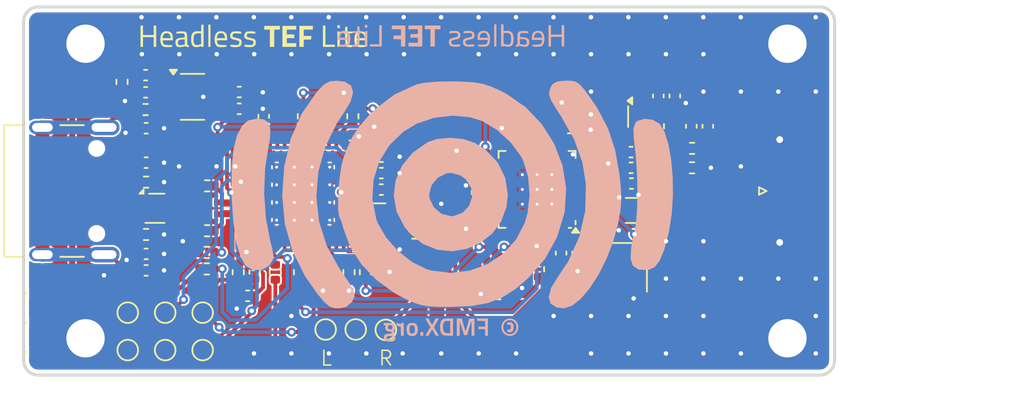
<source format=kicad_pcb>
(kicad_pcb (version 20241229) (generator "pcbnew") (generator_version "9.0")
  (title_block (title "TEF668X Headless USB Tuner Lite") (date "2025-04-11") (rev "v1.0") (company "FMDX.org: Konrad Kosmatka & Sjef Verhoeven"))
  (layers (0 "F.Cu" signal) (2 "B.Cu" signal) (13 "F.Paste" user) (15 "B.Paste" user) (5 "F.SilkS" user "F.Silkscreen") (7 "B.SilkS" user "B.Silkscreen") (1 "F.Mask" user) (3 "B.Mask" user) (25 "Edge.Cuts" user))
  (net 0 "")
  (net 1 "GND")
  (net 2 "TEF_ANA")
  (net 3 "Net-(C2-Pad2)")
  (net 4 "STM_ANA")
  (net 5 "3.3V_DIG")
  (net 6 "NRST")
  (net 7 "Net-(U1-XTAL_IN)")
  (net 8 "Net-(C3-Pad1)")
  (net 9 "SWDIO")
  (net 10 "SWCLK")
  (net 11 "RDS")
  (net 12 "SDA")
  (net 13 "SCL")
  (net 14 "I2S_CK")
  (net 15 "I2S_SD")
  (net 16 "I2S_WS")
  (net 17 "BOOT")
  (net 18 "FM_IN_P")
  (net 19 "FM_IN_N")
  (net 20 "USB_D-")
  (net 21 "USB_D+")
  (net 22 "RF_AM")
  (net 23 "Net-(U1-VBGP)")
  (net 24 "Net-(U1-FM_CAP)")
  (net 25 "PA8")
  (net 26 "Net-(U1-AM_LNA_CAP)")
  (net 27 "Net-(C12-Pad1)")
  (net 28 "VBUS")
  (net 29 "Net-(C16-Pad2)")
  (net 30 "AM_IN_P")
  (net 31 "PA15")
  (net 32 "Net-(D2-A1)")
  (net 33 "5V")
  (net 34 "D+")
  (net 35 "D-")
  (net 36 "Net-(D4-A)")
  (net 37 "Net-(D5-A)")
  (net 38 "Net-(U3-PA11)")
  (net 39 "Net-(J1-SHIELD)")
  (net 40 "Net-(U3-PA12)")
  (net 41 "Net-(U1-GPIO1)")
  (net 42 "Net-(U1-I2S_WS)")
  (net 43 "Net-(U1-I2S_SD_1)")
  (net 44 "Net-(R15-Pad2)")
  (net 45 "Net-(U1-I2S_BCK)")
  (net 46 "Net-(D3-A)")
  (net 47 "Net-(J1-CC1_A)")
  (net 50 "Net-(J1-CC1_B)")
  (net 51 "Net-(U1-GPIO0)")
  (net 52 "Net-(U1-GPIO2)")
  (net 53 "Net-(C7-Pad1)")
  (net 54 "Net-(U3-PF1)")
  (net 55 "Net-(U3-PB8)")
  (net 56 "Net-(U3-PB9)")
  (net 57 "Net-(U3-PA14)")
  (net 58 "Net-(U3-PA13)")
  (net 74 "Net-(U3-PF0)")
  (net 91 "Net-(U1-DAC_L)")
  (net 92 "Net-(U1-DAC_R)")
  (net 93 "Net-(D1B-K1A2)")
  (net 94 "Net-(U4-OUT)")
  (footprint "Capacitor_SMD:C_0402_1005Metric" (layer "F.Cu") (at 122.2078 67.8902)
    (property "Reference" "C1" (hide yes))
    (property "Value" "4n7")
  )
  (footprint "Resistor_SMD:R_0402_1005Metric" (layer "F.Cu") (at 122.174 56.9682)
    (property "Reference" "R3" (hide yes))
    (property "Value" "1M")
  )
  (footprint "Resistor_SMD:R_0402_1005Metric" (layer "F.Cu") (at 126.3226 67.7886)
    (property "Reference" "R25" (hide yes))
    (property "Value" "1k")
  )
  (footprint "Package_TO_SOT_SMD:SOT-363_SC-70-6" (layer "F.Cu") (at 153.7374 57.4546 -90)
    (property "Reference" "D1" (hide yes))
    (property "Value" "BAV99S")
  )
  (footprint "TestPoint:TestPoint_Pad_D1.0mm" (layer "F.Cu") (at 126.0432 73.3004)
    (property "Reference" "TP8" (hide yes))
    (property "Value" "~")
  )
  (footprint "Inductor_SMD:L_0402_1005Metric" (layer "F.Cu") (at 138.1868 59.051 180)
    (property "Reference" "FB3" (hide yes))
    (property "Value" "FERRIT")
  )
  (footprint "Capacitor_SMD:C_0402_1005Metric" (layer "F.Cu") (at 147.5698 58.2222)
    (property "Reference" "C6" (hide yes))
    (property "Value" "1n5")
  )
  (footprint "Capacitor_SMD:C_0402_1005Metric" (layer "F.Cu") (at 122.2078 58.2382 180)
    (property "Reference" "C19" (hide yes))
    (property "Value" "100n")
  )
  (footprint "Resistor_SMD:R_0402_1005Metric" (layer "F.Cu") (at 159.2322 60.9242 180)
    (property "Reference" "R4" (hide yes))
    (property "Value" "1M")
  )
  (footprint "Capacitor_SMD:C_0402_1005Metric" (layer "F.Cu") (at 138.159 61.2862)
    (property "Reference" "C24" (hide yes))
    (property "Value" "100n")
  )
  (footprint "TestPoint:TestPoint_Pad_D1.0mm" (layer "F.Cu") (at 120.9632 70.7604)
    (property "Reference" "TP4" (hide yes))
    (property "Value" "~")
  )
  (footprint "Capacitor_SMD:C_0402_1005Metric" (layer "F.Cu") (at 155.1194 61.991 180)
    (property "Reference" "C34" (hide yes))
    (property "Value" "4p7")
  )
  (footprint "Inductor_SMD:L_0402_1005Metric" (layer "F.Cu") (at 127.514 59.051)
    (property "Reference" "FB2" (hide yes))
    (property "Value" "FERRIT")
  )
  (footprint "Resistor_SMD:R_0402_1005Metric" (layer "F.Cu") (at 146.5072 67.818 -90)
    (property "Reference" "R13" (hide yes))
    (property "Value" "5K1")
  )
  (footprint "Package_DFN_QFN:VQFN-48-1EP_7x7mm_P0.5mm_EP4.1x4.1mm_ThermalVias" (layer "F.Cu") (at 132.8589 62.6778 180)
    (property "Reference" "U3" (hide yes))
    (property "Value" "STM32F072CBU6")
  )
  (footprint "Capacitor_SMD:C_0402_1005Metric" (layer "F.Cu") (at 159.1834 58.1024 -90)
    (property "Reference" "C7" (hide yes))
    (property "Value" "1p8")
  )
  (footprint "Capacitor_SMD:C_0402_1005Metric" (layer "F.Cu") (at 122.2078 66.7726 180)
    (property "Reference" "C13" (hide yes))
    (property "Value" "100n")
  )
  (footprint "TestPoint:TestPoint_Pad_D1.0mm" (layer "F.Cu") (at 126.0432 70.7604)
    (property "Reference" "TP9" (hide yes))
    (property "Value" "~")
  )
  (footprint "Capacitor_SMD:C_0402_1005Metric" (layer "F.Cu") (at 153.0646 59.8574)
    (property "Reference" "C11" (hide yes))
    (property "Value" "100n")
  )
  (footprint "Resistor_SMD:R_0402_1005Metric" (layer "F.Cu") (at 128.4562 68.0148 90)
    (property "Reference" "R20" (hide yes))
    (property "Value" "100R")
  )
  (footprint "Crystal:Crystal_SMD_3225-4Pin_3.2x2.5mm" (layer "F.Cu") (at 154.1718 67.6806 180)
    (property "Reference" "Y1" (hide yes))
    (property "Value" "55.46667 MHz")
  )
  (footprint "Inductor_SMD:L_0402_1005Metric" (layer "F.Cu") (at 152.6302 61.4092 90)
    (property "Reference" "L5" (hide yes))
    (property "Value" "220nH")
  )
  (footprint "Capacitor_SMD:C_0402_1005Metric" (layer "F.Cu") (at 155.0914 59.8574)
    (property "Reference" "C16" (hide yes))
    (property "Value" "10n")
  )
  (footprint "LED_SMD:LED_0402_1005Metric" (layer "F.Cu") (at 115.1696 73.4396)
    (property "Reference" "D5" (hide yes))
    (property "Value" "BLUE")
  )
  (footprint "TestPoint:TestPoint_Pad_D1.0mm" (layer "F.Cu") (at 123.5032 73.3004)
    (property "Reference" "TP5" (hide yes))
    (property "Value" "~")
  )
  (footprint "Capacitor_SMD:C_0402_1005Metric" (layer "F.Cu") (at 150.9184 58.2208)
    (property "Reference" "C21" (hide yes))
    (property "Value" "1n")
  )
  (footprint "Resistor_SMD:R_0402_1005Metric" (layer "F.Cu") (at 130.9708 68.0146 -90)
    (property "Reference" "R19" (hide yes))
    (property "Value" "100R")
  )
  (footprint "Resistor_SMD:R_0402_1005Metric" (layer "F.Cu") (at 156.9482 58.1024 90)
    (property "Reference" "R6" (hide yes))
    (property "Value" "100R")
  )
  (footprint "Library:USB_Filter_0805" (layer "F.Cu") (at 126.409 63.6738 180)
    (property "Reference" "FL1" (hide yes))
    (property "Value" "ACM2012-202-2P-T002")
  )
  (footprint "Capacitor_SMD:C_0402_1005Metric" (layer "F.Cu") (at 157.1742 59.6034 180)
    (property "Reference" "C3" (hide yes))
    (property "Value" "470p")
  )
  (footprint "Inductor_SMD:L_0402_1005Metric" (layer "F.Cu") (at 157.1744 61.991 180)
    (property "Reference" "L4" (hide yes))
    (property "Value" "270nH")
  )
  (footprint "Capacitor_SMD:C_0402_1005Metric" (layer "F.Cu") (at 129.0938 69.6174)
    (property "Reference" "C28" (hide yes))
    (property "Value" "4u7")
  )
  (footprint "Capacitor_SMD:C_0402_1005Metric" (layer "F.Cu") (at 128.524 55.7784)
    (property "Reference" "C32" (hide yes))
    (property "Value" "4u7")
  )
  (footprint "Capacitor_SMD:C_0402_1005Metric" (layer "F.Cu") (at 160.301 58.1024 -90)
    (property "Reference" "C8" (hide yes))
    (property "Value" "1p")
  )
  (footprint "Resistor_SMD:R_0402_1005Metric" (layer "F.Cu") (at 132.6134 68.0146 90)
    (property "Reference" "R11" (hide yes))
    (property "Value" "100R")
  )
  (footprint "Resistor_SMD:R_0402_1005Metric" (layer "F.Cu") (at 145.3896 67.818 -90)
    (property "Reference" "R14" (hide yes))
    (property "Value" "5K1")
  )
  (footprint "Resistor_SMD:R_0402_1005Metric" (layer "F.Cu") (at 122.2078 65.4518)
    (property "Reference" "R2" (hide yes))
    (property "Value" "5K1")
  )
  (footprint "Diode_SMD:D_SOD-323" (layer "F.Cu") (at 155.7798 63.8198 180)
    (property "Reference" "D2" (hide yes))
    (property "Value" "CPDV3V3A-HF")
  )
  (footprint "Resistor_SMD:R_0402_1005Metric" (layer "F.Cu") (at 136.2286 57.4254 -90)
    (property "Reference" "R8" (hide yes))
    (property "Value" "100R")
  )
  (footprint "Resistor_SMD:R_0402_1005Metric" (layer "F.Cu") (at 120.5738 55.0926 -90)
    (property "Reference" "R23" (hide yes))
    (property "Value" "2k")
  )
  (footprint "TestPoint:TestPoint_Pad_D1.0mm" (layer "F.Cu") (at 123.5032 70.7604)
    (property "Reference" "TP6" (hide yes))
    (property "Value" "~")
  )
  (footprint "Package_TO_SOT_SMD:SOT-23-5" (layer "F.Cu") (at 125.3545 56.1046)
    (property "Reference" "U4" (hide yes))
    (property "Value" "TPS7A2033PDBVR")
  )
  (footprint "Resistor_SMD:R_0402_1005Metric" (layer "F.Cu") (at 122.2078 61.8958)
    (property "Reference" "R1" (hide yes))
    (property "Value" "5K1")
  )
  (footprint "Inductor_SMD:L_0402_1005Metric" (layer "F.Cu") (at 155.8306 56.0474 90)
    (property "Reference" "L3" (hide yes))
    (property "Value" "270nH")
  )
  (footprint "Crystal:Resonator_SMD_Murata_CSTxExxV-3Pin_3.0x1.1mm" (layer "F.Cu") (at 139.245 64.5374)
    (property "Reference" "Y2" (hide yes))
    (property "Value" "8 MHz")
  )
  (footprint "TestPoint:TestPoint_Pad_D1.0mm" (layer "F.Cu") (at 138.4638 71.9288)
    (property "Reference" "TP1" (hide yes))
    (property "Value" "R")
  )
  (footprint "Inductor_SMD:L_0402_1005Metric" (layer "F.Cu") (at 158.0658 58.1024 90)
    (property "Reference" "L1" (hide yes))
    (property "Value" "820nH")
  )
  (footprint "Resistor_SMD:R_0402_1005Metric" (layer "F.Cu") (at 159.2342 59.6034)
    (property "Reference" "R5" (hide yes))
    (property "Value" "1M")
  )
  (footprint "Resistor_SMD:R_0402_1005Metric" (layer "F.Cu") (at 126.3226 66.671)
    (property "Reference" "R24" (hide yes))
    (property "Value" "1k")
  )
  (footprint "Capacitor_SMD:C_0402_1005Metric" (layer "F.Cu") (at 128.524 56.9174)
    (property "Reference" "C33" (hide yes))
    (property "Value" "100n")
  )
  (footprint "Resistor_SMD:R_0402_1005Metric" (layer "F.Cu") (at 137.0838 68.0146 90)
    (property "Reference" "R17" (hide yes))
    (property "Value" "100R")
  )
  (footprint "Inductor_SMD:L_0402_1005Metric" (layer "F.Cu") (at 128.524 54.6314 180)
    (property "Reference" "FB4" (hide yes))
    (property "Value" "FERRIT")
  )
  (footprint "Library:12402012E212A" (layer "F.Cu") (at 115.175 62.5 -90)
    (property "Reference" "J1" (hide yes))
    (property "Value" "12402012E212A" (hide yes))
  )
  (footprint "Capacitor_SMD:C_0402_1005Metric" (layer "F.Cu") (at 130.1834 57.4254 -90)
    (property "Reference" "C27" (hide yes))
    (property "Value" "100n")
  )
  (footprint "Connector_Coaxial:SMA_Molex_73251-2120_EdgeMount_Horizontal" (layer "F.Cu") (at 166.6762 62.5)
    (property "Reference" "J2" (hide yes))
    (property "Value" "SMA")
  )
  (footprint "Capacitor_SMD:C_0402_1005Metric" (layer "F.Cu") (at 153.0594 64.0508 180)
    (property "Reference" "C4" (hide yes))
    (property "Value" "220n")
  )
  (footprint "Library:36103205S" (layer "F.Cu") (at 141.425324 58.311)
    (property "Reference" "J3" (hide yes))
    (property "Value" "36903205S" (hide yes))
  )
  (footprint "Capacitor_SMD:C_0402_1005Metric" (layer "F.Cu") (at 155.0966 60.9242 180)
    (property "Reference" "C35" (hide yes))
    (property "Value" "12p")
  )
  (footprint "TestPoint:TestPoint_Pad_D1.0mm" (layer "F.Cu") (at 134.383 71.9034)
    (property "Reference" "TP2" (hide yes))
    (property "Value" "L")
  )
  (footprint "Resistor_SMD:R_0402_1005Metric" (layer "F.Cu") (at 132.8758 57.4254 -90)
    (property "Reference" "R9" (hide yes))
    (property "Value" "100R")
  )
  (footprint "Capacitor_SMD:C_0402_1005Metric" (layer "F.Cu") (at 151.4686 66.7154 -90)
    (property "Reference" "C9" (hide yes))
    (property "Value" "10u")
  )
  (footprint "Resistor_SMD:R_0402_1005Metric" (layer "F.Cu") (at 126.3456 65.1978)
    (property "Reference" "R22" (hide yes))
    (property "Value" "2K")
  )
  (footprint "Resistor_SMD:R_0402_1005Metric" (layer "F.Cu") (at 134.5522 57.4254 90)
    (property "Reference" "R10" (hide yes))
    (property "Value" "100R")
  )
  (footprint "LED_SMD:LED_0402_1005Metric" (layer "F.Cu") (at 115.1696 69.4396)
    (property "Reference" "D3" (hide yes))
    (property "Value" "GREEN")
  )
  (footprint "Package_DFN_QFN:QFN-32-1EP_5x5mm_P0.5mm_EP3.3x3.3mm_ThermalVias" (layer "F.Cu") (at 148.7228 62.3932 180)
    (property "Reference" "U1" (hide yes))
    (property "Value" "TEF6687HN/V205 (F8705)")
  )
  (footprint "Capacitor_SMD:C_0402_1005Metric" (layer "F.Cu") (at 138.159 60.1686)
    (property "Reference" "C22" (hide yes))
    (property "Value" "4u7")
  )
  (footprint "TestPoint:TestPoint_Pad_D1.0mm" (layer "F.Cu") (at 136.4234 71.9034)
    (property "Reference" "TP3" (hide yes))
    (property "Value" "~")
  )
  (footprint "Capacitor_SMD:C_0402_1005Metric" (layer "F.Cu") (at 157.1794 60.9242 180)
    (property "Reference" "C31" (hide yes))
    (property "Value" "12p")
  )
  (footprint "Resistor_SMD:R_0402_1005Metric" (layer "F.Cu") (at 140.1402 62.4038)
    (property "Reference" "R15" (hide yes))
    (property "Value" "560R")
  )
  (footprint "Library:Headless_TEF_lite_text" (layer "F.Cu") (at 129.5146 51.9684)
    (property "Reference" "G***" (hide yes))
    (property "Value" "LOGO" (hide yes))
  )
  (footprint "Capacitor_SMD:C_0402_1005Metric" (layer "F.Cu") (at 122.2078 60.575)
    (property "Reference" "C15" (hide yes))
    (property "Value" "100n")
  )
  (footprint "Resistor_SMD:R_0402_1005Metric" (layer "F.Cu") (at 134.1374 68.0146 -90)
    (property "Reference" "R18" (hide yes))
    (property "Value" "5K1")
  )
  (footprint "Capacitor_SMD:C_0402_1005Metric" (layer "F.Cu") (at 156.9482 56.0474 -90)
    (property "Reference" "C12" (hide yes))
    (property "Value" "1p")
  )
  (footprint "Capacitor_SMD:C_0402_1005Metric" (layer "F.Cu") (at 153.0594 62.9332 180)
    (property "Reference" "C5" (hide yes))
    (property "Value" "1n")
  )
  (footprint "Capacitor_SMD:C_0402_1005Metric" (layer "F.Cu") (at 122.174 54.6314)
    (property "Reference" "C29" (hide yes))
    (property "Value" "10u")
  )
  (footprint "Resistor_SMD:R_0402_1005Metric" (layer "F.Cu") (at 148.8202 67.812 -90)
    (property "Reference" "R7" (hide yes))
    (property "Value" "5K1")
  )
  (footprint "Capacitor_SMD:C_0402_1005Metric" (layer "F.Cu") (at 144.653 64.5818 -90)
    (property "Reference" "C18" (hide yes))
    (property "Value" "4u7")
  )
  (footprint "Inductor_SMD:L_0402_1005Metric" (layer "F.Cu") (at 155.8306 58.1024 -90)
    (property "Reference" "L2" (hide yes))
    (property "Value" "3.3uH")
  )
  (footprint "TestPoint:TestPoint_Pad_D1.0mm" (layer "F.Cu") (at 120.9632 73.3004)
    (property "Reference" "TP7" (hide yes))
    (property "Value" "~")
  )
  (footprint "Inductor_SMD:L_0402_1005Metric" (layer "F.Cu") (at 122.2078 59.4066)
    (property "Reference" "FB1" (hide yes))
    (property "Value" "FERRIT")
  )
  (footprint "Package_TO_SOT_SMD:SOT-666" (layer "F.Cu") (at 122.8068 63.6738)
    (property "Reference" "U2" (hide yes))
    (property "Value" "USBLC6-2P6")
  )
  (footprint "Resistor_SMD:R_0402_1005Metric" (layer "F.Cu") (at 126.3504 62.1498 180)
    (property "Reference" "R21" (hide yes))
    (property "Value" "2K")
  )
  (footprint "Capacitor_SMD:C_0402_1005Metric" (layer "F.Cu") (at 129.5738 68.0146 90)
    (property "Reference" "C26" (hide yes))
    (property "Value" "100n")
  )
  (footprint "Capacitor_SMD:C_0402_1005Metric" (layer "F.Cu") (at 138.159 66.4678)
    (property "Reference" "C25" (hide yes))
    (property "Value" "100n")
  )
  (footprint "Capacitor_SMD:C_0402_1005Metric" (layer "F.Cu") (at 144.653 62.6006 90)
    (property "Reference" "C14" (hide yes))
    (property "Value" "100n")
  )
  (footprint "Capacitor_SMD:C_0402_1005Metric" (layer "F.Cu") (at 146.1346 69.4944 180)
    (property "Reference" "C20" (hide yes))
    (property "Value" "10u")
  )
  (footprint "Resistor_SMD:R_0402_1005Metric" (layer "F.Cu") (at 147.7026 67.812 -90)
    (property "Reference" "R12" (hide yes))
    (property "Value" "5K1")
  )
  (footprint "Resistor_SMD:R_0402_1005Metric" (layer "F.Cu") (at 135.9662 68.0146 90)
    (property "Reference" "R16" (hide yes))
    (property "Value" "100R")
  )
  (footprint "Capacitor_SMD:C_0402_1005Metric" (layer "F.Cu") (at 158.0658 56.0474 -90)
    (property "Reference" "C17" (hide yes))
    (property "Value" "12p")
  )
  (footprint "Capacitor_SMD:C_0402_1005Metric" (layer "F.Cu") (at 122.174 55.7998)
    (property "Reference" "C30" (hide yes))
    (property "Value" "100n")
  )
  (footprint "Capacitor_SMD:C_0402_1005Metric" (layer "F.Cu") (at 150.351 66.7154 -90)
    (property "Reference" "C2" (hide yes))
    (property "Value" "10p")
  )
  (footprint "Capacitor_SMD:C_0402_1005Metric" (layer "F.Cu") (at 138.159 62.4038)
    (property "Reference" "C23" (hide yes))
    (property "Value" "100n")
  )
  (footprint "LED_SMD:LED_0402_1005Metric" (layer "F.Cu") (at 115.1696 71.4396)
    (property "Reference" "D4" (hide yes))
    (property "Value" "RED")
  )
  (footprint "Capacitor_SMD:C_0402_1005Metric" (layer "F.Cu") (at 153.0366 65.1684)
    (property "Reference" "C10" (hide yes))
    (property "Value" "100n")
  )
  (footprint "Library:Headless_TEF_lite_text" (layer "B.Cu") (at 142.875 51.943 180)
    (property "Reference" "G***" (hide yes))
    (property "Value" "LOGO" (hide yes))
  )
  (footprint "Library:fmdx.org" (layer "B.Cu") (at 142.875 72.009 180)
    (property "Reference" "G***" (hide yes))
    (property "Value" "LOGO" (hide yes))
  )
  (footprint "Library:openradio" (layer "B.Cu") (at 142.875 62.738)
    (property "Reference" "G***" (hide yes))
    (property "Value" "LOGO" (hide yes))
  )
  (gr_line (start 113.9 74) (end 113.9 51) (stroke (width 0.2)) (layer "Edge.Cuts"))
  (gr_arc (start 168.9 74) (mid 168.607107 74.707107) (end 167.9 75) (stroke (width 0.2)) (layer "Edge.Cuts"))
  (gr_arc (start 114.9 75) (mid 114.192893 74.707107) (end 113.9 74) (stroke (width 0.2)) (layer "Edge.Cuts"))
  (gr_line (start 114.9 75) (end 167.9 75) (stroke (width 0.2)) (layer "Edge.Cuts"))
  (gr_arc (start 167.9 50) (mid 168.607107 50.292893) (end 168.9 51) (stroke (width 0.2)) (layer "Edge.Cuts"))
  (gr_line (start 167.9 50) (end 114.9 50) (stroke (width 0.2)) (layer "Edge.Cuts"))
  (gr_arc (start 113.9 51) (mid 114.192893 50.292893) (end 114.9 50) (stroke (width 0.2)) (layer "Edge.Cuts"))
  (gr_line (start 168.9 51) (end 168.9 74) (stroke (width 0.2)) (layer "Edge.Cuts"))
  (gr_text "R" (at 137.905 74.4434 0) (layer "F.SilkS") (effects (font (size 1 1) (thickness 0.1)) (justify left bottom)))
  (gr_text "L" (at 133.9596 74.4434 0) (layer "F.SilkS") (effects (font (size 1 1) (thickness 0.1)) (justify left bottom)))
  (segment (start 130.6089 60.4278) (end 131.0589 60.8778) (width 0.254) (layer "F.Cu") (net 1))
  (segment (start 120.0875 59.2703) (end 120.8108 58.547) (width 0.254) (layer "F.Cu") (net 1))
  (segment (start 130.6089 59.2403) (end 130.6089 60.4278) (width 0.254) (layer "F.Cu") (net 1))
  (segment (start 149.9728 64.8307) (end 149.9728 63.6432) (width 0.254) (layer "F.Cu") (net 1))
  (segment (start 120.887 66.4995) (end 120.0875 65.7) (width 0.254) (layer "F.Cu") (net 1))
  (segment (start 120.0875 59.3) (end 120.0875 59.2703) (width 0.254) (layer "F.Cu") (net 1))
  (segment (start 149.9728 63.6432) (end 148.7228 62.3932) (width 0.254) (layer "F.Cu") (net 1))
  (segment (start 151.1603 60.6432) (end 151.1603 60.0131) (width 0.254) (layer "F.Cu") (net 1))
  (segment (start 120.9378 70.735) (end 120.9632 70.7604) (width 0.254) (layer "F.Cu") (net 1))
  (segment (start 151.1603 63.6432) (end 149.9728 63.6432) (width 0.254) (layer "F.Cu") (net 1))
  (segment (start 151.1603 60.0131) (end 151.157 60.0098) (width 0.254) (layer "F.Cu") (net 1))
  (segment (start 147.4728 63.6432) (end 148.7228 62.3932) (width 0.254) (layer "F.Cu") (net 1))
  (segment (start 135.1089 64.9278) (end 134.6589 64.4778) (width 0.254) (layer "F.Cu") (net 1))
  (segment (start 134.8089 61.9278) (end 134.6589 62.0778) (width 0.254) (layer "F.Cu") (net 1))
  (segment (start 136.2964 61.9278) (end 134.8089 61.9278) (width 0.254) (layer "F.Cu") (net 1))
  (segment (start 148.4728 62.6432) (end 148.7228 62.3932) (width 0.254) (layer "F.Cu") (net 1))
  (segment (start 130.6089 64.9278) (end 131.0589 64.4778) (width 0.254) (layer "F.Cu") (net 1))
  (segment (start 146.2853 62.6432) (end 148.4728 62.6432) (width 0.254) (layer "F.Cu") (net 1))
  (segment (start 135.1089 66.1153) (end 135.1089 64.9278) (width 0.254) (layer "F.Cu") (net 1))
  (segment (start 120.887 67.179) (end 120.887 66.4995) (width 0.254) (layer "F.Cu") (net 1))
  (segment (start 120.9632 70.7604) (end 120.9632 70.862) (width 0.254) (layer "F.Cu") (net 1))
  (segment (start 146.2853 63.6432) (end 147.4728 63.6432) (width 0.254) (layer "F.Cu") (net 1))
  (segment (start 129.4214 64.9278) (end 130.6089 64.9278) (width 0.254) (layer "F.Cu") (net 1))
  (via (at 155.2718 69.7952) (size 0.6) (drill 0.3) (layers "F.Cu" "B.Cu") (net 1))
  (via (at 157.4546 50.6984) (size 0.6) (drill 0.3) (layers "F.Cu" "B.Cu") (net 1))
  (via (at 143.8978 65.0618) (size 0.6) (drill 0.3) (layers "F.Cu" "B.Cu") (net 1))
  (via (at 144.763 53.209) (size 0.6) (drill 0.3) (layers "F.Cu" "B.Cu") (net 1))
  (via (at 118.1 72.5) (size 3.5) (drill 2.6) (layers "F.Cu" "B.Cu") (net 1))
  (via (at 162.543 55.749) (size 0.6) (drill 0.3) (layers "F.Cu" "B.Cu") (net 1))
  (via (at 160.003 55.749) (size 0.6) (drill 0.3) (layers "F.Cu" "B.Cu") (net 1))
  (via (at 165.083 55.749) (size 0.6) (drill 0.3) (layers "F.Cu" "B.Cu") (net 1))
  (via (at 139.7 53.209) (size 0.6) (drill 0.3) (layers "F.Cu" "B.Cu") (net 1))
  (via (at 123.427 67.8902) (size 0.6) (drill 0.3) (layers "F.Cu" "B.Cu") (net 1))
  (via (at 124.4346 50.6984) (size 0.6) (drill 0.3) (layers "F.Cu" "B.Cu") (net 1))
  (via (at 142.223 73.529) (size 0.6) (drill 0.3) (layers "F.Cu" "B.Cu") (net 1))
  (via (at 123.427 58.2382) (size 0.6) (drill 0.3) (layers "F.Cu" "B.Cu") (net 1))
  (via (at 157.463 70.989) (size 0.6) (drill 0.3) (layers "F.Cu" "B.Cu") (net 1))
  (via (at 154.923 53.209) (size 0.6) (drill 0.3) (layers "F.Cu" "B.Cu") (net 1))
  (via (at 128.253 60.829) (size 0.6) (drill 0.3) (layers "F.Cu" "B.Cu") (net 1))
  (via (at 124.443 60.829) (size 0.6) (drill 0.3) (layers "F.Cu" "B.Cu") (net 1))
  (via (at 139.4036 60.1686) (size 0.6) (drill 0.3) (layers "F.Cu" "B.Cu") (net 1))
  (via (at 124.697 65.909) (size 0.6) (drill 0.3) (layers "F.Cu" "B.Cu") (net 1))
  (via (at 132.063 73.529) (size 0.6) (drill 0.3) (layers "F.Cu" "B.Cu") (net 1))
  (via (at 124.46 53.209) (size 0.6) (drill 0.3) (layers "F.Cu" "B.Cu") (net 1))
  (via (at 157.463 73.529) (size 0.6) (drill 0.3) (layers "F.Cu" "B.Cu") (net 1))
  (via (at 167.623 55.749) (size 0.6) (drill 0.3) (layers "F.Cu" "B.Cu") (net 1))
  (via (at 137.1346 50.6984) (size 0.6) (drill 0.3) (layers "F.Cu" "B.Cu") (net 1))
  (via (at 165.083 68.449) (size 0.6) (drill 0.3) (layers "F.Cu" "B.Cu") (net 1))
  (via (at 142.223 63.369) (size 0.6) (drill 0.3) (layers "F.Cu" "B.Cu") (net 1))
  (via (at 160.003 53.209) (size 0.6) (drill 0.3) (layers "F.Cu" "B.Cu") (net 1))
  (via (at 158.8092 56.5274) (size 0.6) (drill 0.3) (layers "F.Cu" "B.Cu") (net 1))
  (via (at 157.463 65.909) (size 0.6) (drill 0.3) (layers "F.Cu" "B.Cu") (net 1))
  (via (at 154.923 70.989) (size 0.6) (drill 0.3) (layers "F.Cu" "B.Cu") (net 1))
  (via (at 134.603 73.529) (size 0.6) (drill 0.3) (layers "F.Cu" "B.Cu") (net 1))
  (via (at 160.003 68.449) (size 0.6) (drill 0.3) (layers "F.Cu" "B.Cu") (net 1))
  (via (at 149.8346 50.6984) (size 0.6) (drill 0.3) (layers "F.Cu" "B.Cu") (net 1))
  (via (at 162.543 73.529) (size 0.6) (drill 0.3) (layers "F.Cu" "B.Cu") (net 1))
  (via (at 136.635 58.797) (size 0.6) (drill 0.3) (layers "F.Cu" "B.Cu") (net 1))
  (via (at 126.983 60.829) (size 0.6) (drill 0.3) (layers "F.Cu" "B.Cu") (net 1))
  (via (at 120.8108 58.547) (size 0.6) (drill 0.3) (layers "F.Cu" "B.Cu") (net 1))
  (via (at 147.303 53.209) (size 0.6) (drill 0.3) (layers "F.Cu" "B.Cu") (net 1))
  (via (at 149.843 53.209) (size 0.6) (drill 0.3) (layers "F.Cu" "B.Cu") (net 1))
  (via (at 139.6068 73.529) (size 0.6) (drill 0.3) (layers "F.Cu" "B.Cu") (net 1))
  (via (at 147.303 73.529) (size 0.6) (drill 0.3) (layers "F.Cu" "B.Cu") (net 1))
  (via (at 129.5146 50.6984) (size 0.6) (drill 0.3) (layers "F.Cu" "B.Cu") (net 1))
  (via (at 123.427 60.575) (size 0.6) (drill 0.3) (layers "F.Cu" "B.Cu") (net 1))
  (via (at 132.063 53.209) (size 0.6) (drill 0.3) (layers "F.Cu" "B.Cu") (net 1))
  (via (at 118.1 52.5) (size 3.5) (drill 2.6) (layers "F.Cu" "B.Cu") (net 1))
  (via (at 155.5994 62.7594) (size 0.6) (drill 0.3) (layers "F.Cu" "B.Cu") (net 1))
  (via (at 154.2626 65.1684) (size 0.6) (drill 0.3) (layers "F.Cu" "B.Cu") (net 1))
  (via (at 160.511 60.9242) (size 0.6) (drill 0.3) (layers "F.Cu" "B.Cu") (net 1))
  (via (at 160.003 70.989) (size 0.6) (drill 0.3) (layers "F.Cu" "B.Cu") (net 1))
  (via (at 130.1242 56.9174) (size 0.6) (drill 0.3) (layers "F.Cu" "B.Cu") (net 1))
  (via (at 132.0546 50.6984) (size 0.6) (drill 0.3) (layers "F.Cu" "B.Cu") (net 1))
  (via (at 134.5946 50.6984) (size 0.6) (drill 0.3) (layers "F.Cu" "B.Cu") (net 1))
  (via (at 119.3546 68.2244) (size 0.6) (drill 0.3) (layers "F.Cu" "B.Cu") (net 1))
  (via (at 120.887 67.179) (size 0.6) (drill 0.3) (layers "F.Cu" "B.Cu") (net 1))
  (via (at 137.16 53.209) (size 0.6) (drill 0.3) (layers "F.Cu" "B.Cu") (net 1))
  (via (at 167.6146 50.6984) (size 0.6) (drill 0.3) (layers "F.Cu" "B.Cu") (net 1))
  (via (at 134.1966 69.2706) (size 0.6) (drill 0.3) (layers "F.Cu" "B.Cu") (net 1))
  (via (at 129.523 73.529) (size 0.6) (drill 0.3) (layers "F.Cu" "B.Cu") (net 1))
  (via (at 160.003 73.529) (size 0.6) (drill 0.3) (layers "F.Cu" "B.Cu") (net 1))
  (via (at 130.1242 55.7998) (size 0.6) (drill 0.3) (layers "F.Cu" "B.Cu") (net 1))
  (via (at 128.3546 70.481) (size 0.6) (drill 0.3) (layers "F.Cu" "B.Cu") (net 1))
  (via (at 154.288 62.9332) (size 0.6) (drill 0.3) (layers "F.Cu" "B.Cu") (net 1))
  (via (at 121.8946 50.6984) (size 0.6) (drill 0.3) (layers "F.Cu" "B.Cu") (net 1))
  (via (at 152.383 53.209) (size 0.6) (drill 0.3) (layers "F.Cu" "B.Cu") (net 1))
  (via (at 167.623 68.449) (size 0.6) (drill 0.3) (layers "F.Cu" "B.Cu") (net 1))
  (via (at 144.763 73.529) (size 0.6) (drill 0.3) (layers "F.Cu" "B.Cu") (net 1))
  (via (at 143.8978 62.1206) (size 0.6) (drill 0.3) (layers "F.Cu" "B.Cu") (net 1))
  (via (at 147.2946 50.6984) (size 0.6) (drill 0.3) (layers "F.Cu" "B.Cu") (net 1))
  (via (at 152.3746 50.6984) (size 0.6) (drill 0.3) (layers "F.Cu" "B.Cu") (net 1))
  (via (at 126.0856 56.1046) (size 0.6) (drill 0.3) (layers "F.Cu" "B.Cu") (net 1))
  (via (at 144.907 69.4944) (size 0.6) (drill 0.3) (layers "F.Cu" "B.Cu") (net 1))
  (via (at 162.543 68.449) (size 0.6) (drill 0.3) (layers "F.Cu" "B.Cu") (net 1))
  (via (at 137.143 73.529) (size 0.6) (drill 0.3) (layers "F.Cu" "B.Cu") (net 1))
  (via (at 134.62 53.209) (size 0.6) (drill 0.3) (layers "F.Cu" "B.Cu") (net 1))
  (via (at 162.543 60.829) (size 0.6) (drill 0.3) (layers "F.Cu" "B.Cu") (net 1))
  (via (at 154.9146 50.6984) (size 0.6) (drill 0.3) (layers "F.Cu" "B.Cu") (net 1))
  (via (at 154.923 73.529) (size 0.6) (drill 0.3) (layers "F.Cu" "B.Cu") (net 1))
  (via (at 132.063 70.989) (size 0.6) (drill 0.3) (layers "F.Cu" "B.Cu") (net 1))
  (via (at 157.463 68.449) (size 0.6) (drill 0.3) (layers "F.Cu" "B.Cu") (net 1))
  (via (at 159.9946 50.6984) (size 0.6) (drill 0.3) (layers "F.Cu" "B.Cu") (net 1))
  (via (at 139.6746 50.6984) (size 0.6) (drill 0.3) (layers "F.Cu" "B.Cu") (net 1))
  (via (at 121.92 53.209) (size 0.6) (drill 0.3) (layers "F.Cu" "B.Cu") (net 1))
  (via (at 151.4686 67.941) (size 0.6) (drill 0.3) (layers "F.Cu" "B.Cu") (net 1))
  (via (at 129.54 53.209) (size 0.6) (drill 0.3) (layers "F.Cu" "B.Cu") (net 1))
  (via (at 165.7 52.5) (size 3.5) (drill 2.6) (layers "F.Cu" "B.Cu") (net 1))
  (via (at 167.623 73.529) (size 0.6) (drill 0.3) (layers "F.Cu" "B.Cu") (net 1))
  (via (at 152.383 70.989) (size 0.6) (drill 0.3) (layers "F.Cu" "B.Cu") (net 1))
  (via (at 123.427 66.7726) (size 0.6) (drill 0.3) (layers "F.Cu" "B.Cu") (net 1))
  (via (at 123.427 65.4518) (size 0.6) (drill 0.3) (layers "F.Cu" "B.Cu") (net 1))
  (via (at 153.5446 60.6258) (size 0.6) (drill 0.3) (layers "F.Cu" "B.Cu") (net 1))
  (via (at 165.7 72.5) (size 3.5) (drill 2.6) (layers "F.Cu" "B.Cu") (net 1))
  (via (at 152.3576 58.3398) (size 0.6) (drill 0.3) (layers "F.Cu" "B.Cu") (net 1))
  (via (at 167.623 70.989) (size 0.6) (drill 0.3) (layers "F.Cu" "B.Cu") (net 1))
  (via (at 139.4036 61.2862) (size 0.6) (drill 0.3) (layers "F.Cu" "B.Cu") (net 1))
  (via (at 142.2146 50.6984) (size 0.6) (drill 0.3) (layers "F.Cu" "B.Cu") (net 1))
  (via (at 160.003 65.909) (size 0.6) (drill 0.3) (layers "F.Cu" "B.Cu") (net 1))
  (via (at 151.157 60.0098) (size 0.6) (drill 0.3) (layers "F.Cu" "B.Cu") (net 1))
  (via (at 152.383 55.749) (size 0.6) (drill 0.3) (layers "F.Cu" "B.Cu") (net 1))
  (via (at 152.383 73.529) (size 0.6) (drill 0.3) (layers "F.Cu" "B.Cu") (net 1))
  (via (at 129.015 66.6456) (size 0.6) (drill 0.3) (layers "F.Cu" "B.Cu") (net 1))
  (via (at 149.843 70.989) (size 0.6) (drill 0.3) (layers "F.Cu" "B.Cu") (net 1))
  (via (at 157.463 53.209) (size 0.6) (drill 0.3) (layers "F.Cu" "B.Cu") (net 1))
  (via (at 143.2644 59.7622) (size 0.6) (drill 0.3) (layers "F.Cu" "B.Cu") (net 1))
  (via (at 127 53.209) (size 0.6) (drill 0.3) (layers "F.Cu" "B.Cu") (net 1))
  (via (at 162.5346 50.6984) (size 0.6) (drill 0.3) (layers "F.Cu" "B.Cu") (net 1))
  (via (at 147.7026 69.084) (size 0.6) (drill 0.3) (layers "F.Cu" "B.Cu") (net 1))
  (via (at 144.7546 50.6984) (size 0.6) (drill 0.3) (layers "F.Cu" "B.Cu") (net 1))
  (via (at 126.9746 50.6984) (size 0.6) (drill 0.3) (layers "F.Cu" "B.Cu") (net 1))
  (via (at 120.777 56.388) (size 0.6) (drill 0.3) (layers "F.Cu" "B.Cu") (net 1))
  (via (at 146.3294 58.2168) (size 0.6) (drill 0.3) (layers "F.Cu" "B.Cu") (net 1))
  (via (at 139.4036 66.4678) (size 0.6) (drill 0.3) (layers "F.Cu" "B.Cu") (net 1))
  (via (at 123.427 61.8958) (size 0.6) (drill 0.3) (layers "F.Cu" "B.Cu") (net 1))
  (segment (start 155.321 66.7814) (end 155.2718 66.8306) (width 0.254) (layer "F.Cu") (net 2))
  (segment (start 137.44503 54.6314) (end 138.30763 55.494) (width 0.254) (layer "F.Cu") (net 2))
  (segment (start 129.009 54.6314) (end 137.44503 54.6314) (width 0.254) (layer "F.Cu") (net 2))
  (segment (start 154.293 65.8518) (end 153.224268 65.8518) (width 0.254) (layer "F.Cu") (net 2))
  (segment (start 151.5314 64.1432) (end 152.5566 65.1684) (width 0.254) (layer "F.Cu") (net 2))
  (segment (start 153.224268 65.8518) (end 152.5566 65.184132) (width 0.254) (layer "F.Cu") (net 2))
  (segment (start 151.9698 60.825184) (end 151.9698 60.4722) (width 0.254) (layer "F.Cu") (net 2))
  (segment (start 152.9588 57.3024) (end 153.7374 58.081) (width 0.254) (layer "F.Cu") (net 2))
  (segment (start 155.321 65.4304) (end 155.321 66.7814) (width 0.254) (layer "F.Cu") (net 2))
  (segment (start 152.3746 57.3024) (end 152.9588 57.3024) (width 0.254) (layer "F.Cu") (net 2))
  (segment (start 138.30763 55.494) (end 149.398 55.494) (width 0.254) (layer "F.Cu") (net 2))
  (segment (start 151.9698 60.4722) (end 152.5846 59.8574) (width 0.254) (layer "F.Cu") (net 2))
  (segment (start 152.5846 59.8574) (end 152.5846 59.6968) (width 0.254) (layer "F.Cu") (net 2))
  (segment (start 155.2718 66.8306) (end 154.293 65.8518) (width 0.254) (layer "F.Cu") (net 2))
  (segment (start 152.5566 65.1684) (end 152.5356 65.1684) (width 0.254) (layer "F.Cu") (net 2))
  (segment (start 151.1603 61.1432) (end 151.651784 61.1432) (width 0.254) (layer "F.Cu") (net 2))
  (segment (start 152.5356 65.1684) (end 151.4686 66.2354) (width 0.254) (layer "F.Cu") (net 2))
  (segment (start 152.5566 65.184132) (end 152.5566 65.1684) (width 0.254) (layer "F.Cu") (net 2))
  (segment (start 155.3802 66.7222) (end 155.2718 66.8306) (width 0.254) (layer "F.Cu") (net 2))
  (segment (start 153.7374 58.687654) (end 152.5846 59.840454) (width 0.254) (layer "F.Cu") (net 2))
  (segment (start 152.5846 59.680746) (end 152.5846 59.8574) (width 0.254) (layer "F.Cu") (net 2))
  (segment (start 153.7374 58.4046) (end 153.7374 58.687654) (width 0.254) (layer "F.Cu") (net 2))
  (segment (start 151.1603 64.1432) (end 151.5314 64.1432) (width 0.254) (layer "F.Cu") (net 2))
  (segment (start 153.7374 58.081) (end 153.7374 58.4046) (width 0.254) (layer "F.Cu") (net 2))
  (segment (start 149.398 55.494) (end 150.395 56.491) (width 0.254) (layer "F.Cu") (net 2))
  (segment (start 152.5846 59.840454) (end 152.5846 59.8574) (width 0.254) (layer "F.Cu") (net 2))
  (segment (start 151.651784 61.1432) (end 151.9698 60.825184) (width 0.254) (layer "F.Cu") (net 2))
  (segment (start 150.395 56.491) (end 150.4072 56.491) (width 0.254) (layer "F.Cu") (net 2))
  (via (at 155.321 65.4304) (size 0.6) (drill 0.3) (layers "F.Cu" "B.Cu") (net 2))
  (via (at 150.395 56.491) (size 0.6) (drill 0.3) (layers "F.Cu" "B.Cu") (net 2))
  (via (at 152.3746 57.3024) (size 0.6) (drill 0.3) (layers "F.Cu" "B.Cu") (net 2))
  (segment (start 152.9334 57.8612) (end 152.9334 63.054312) (width 0.254) (layer "B.Cu") (net 2))
  (segment (start 152.3746 57.3024) (end 152.9334 57.8612) (width 0.254) (layer "B.Cu") (net 2))
  (segment (start 155.309489 65.4304) (end 155.321 65.4304) (width 0.254) (layer "B.Cu") (net 2))
  (segment (start 151.5632 56.491) (end 152.3746 57.3024) (width 0.254) (layer "B.Cu") (net 2))
  (segment (start 150.395 56.491) (end 151.5632 56.491) (width 0.254) (layer "B.Cu") (net 2))
  (segment (start 152.9334 63.054312) (end 152.991144 63.112056) (width 0.254) (layer "B.Cu") (net 2))
  (segment (start 152.991144 63.112056) (end 155.309489 65.4304) (width 0.254) (layer "B.Cu") (net 2))
  (segment (start 151.273311 68.5306) (end 150.351 67.608289) (width 0.254) (layer "F.Cu") (net 3))
  (segment (start 150.351 67.608289) (end 150.351 67.1954) (width 0.254) (layer "F.Cu") (net 3))
  (segment (start 153.0718 68.5306) (end 151.273311 68.5306) (width 0.254) (layer "F.Cu") (net 3))
  (segment (start 136.2964 61.4278) (end 137.5374 61.4278) (width 0.254) (layer "F.Cu") (net 4))
  (segment (start 137.5374 61.4278) (end 137.679 61.2862) (width 0.254) (layer "F.Cu") (net 4))
  (segment (start 137.679 61.2862) (end 137.679 60.1686) (width 0.254) (layer "F.Cu") (net 4))
  (segment (start 137.7018 59.051) (end 137.7018 60.1458) (width 0.254) (layer "F.Cu") (net 4))
  (segment (start 137.7018 60.1458) (end 137.679 60.1686) (width 0.254) (layer "F.Cu") (net 4))
  (segment (start 136.2964 65.4278) (end 135.6089 66.1153) (width 0.254) (layer "F.Cu") (net 5))
  (segment (start 130.1089 59.2403) (end 130.1089 57.9799) (width 0.254) (layer "F.Cu") (net 5))
  (segment (start 129.5738 69.6174) (end 130.1388 69.0524) (width 0.254) (layer "F.Cu") (net 5))
  (segment (start 146.8394 69.639) (end 146.6146 69.4142) (width 0.254) (layer "F.Cu") (net 5))
  (segment (start 129.3706 70.6334) (end 129.3706 70.747089) (width 0.254) (layer "F.Cu") (net 5))
  (segment (start 147.932489 69.639) (end 146.8394 69.639) (width 0.254) (layer "F.Cu") (net 5))
  (segment (start 130.1388 68.0996) (end 129.5738 67.5346) (width 0.254) (layer "F.Cu") (net 5))
  (segment (start 143.1798 64.994911) (end 143.1798 68.328) (width 0.254) (layer "F.Cu") (net 5))
  (segment (start 137.679 66.4678) (end 137.72041 66.4678) (width 0.254) (layer "F.Cu") (net 5))
  (segment (start 138.714405 67.9918) (end 138.716995 67.99439) (width 0.254) (layer "F.Cu") (net 5))
  (segment (start 144.653 64.1018) (end 144.653 63.0806) (width 0.254) (layer "F.Cu") (net 5))
  (segment (start 129.5738 70.4302) (end 129.3706 70.6334) (width 0.254) (layer "F.Cu") (net 5))
  (segment (start 148.8202 68.751289) (end 147.932489 69.639) (width 0.254) (layer "F.Cu") (net 5))
  (segment (start 146.2853 63.1432) (end 144.7156 63.1432) (width 0.254) (layer "F.Cu") (net 5))
  (segment (start 129.5738 65.5802) (end 129.4214 65.4278) (width 0.254) (layer "F.Cu") (net 5))
  (segment (start 146.5072 68.328) (end 145.3896 68.328) (width 0.254) (layer "F.Cu") (net 5))
  (segment (start 143.1798 68.328) (end 139.050605 68.328) (width 0.254) (layer "F.Cu") (net 5))
  (segment (start 148.8202 68.322) (end 148.8202 68.751289) (width 0.254) (layer "F.Cu") (net 5))
  (segment (start 127.999 59.051) (end 129.9196 59.051) (width 0.254) (layer "F.Cu") (net 5))
  (segment (start 127.999 62.607) (end 127.698 62.306) (width 0.254) (layer "F.Cu") (net 5))
  (segment (start 138.714405 67.461795) (end 138.714405 67.9918) (width 0.254) (layer "F.Cu") (net 5))
  (segment (start 129.9196 59.051) (end 130.1089 59.2403) (width 0.254) (layer "F.Cu") (net 5))
  (segment (start 130.1388 69.0524) (end 130.1388 68.0996) (width 0.254) (layer "F.Cu") (net 5))
  (segment (start 127.698 59.352) (end 127.999 59.051) (width 0.254) (layer "F.Cu") (net 5))
  (segment (start 129.5738 69.6174) (end 129.5738 70.4302) (width 0.254) (layer "F.Cu") (net 5))
  (segment (start 144.7156 63.1432) (end 144.653 63.0806) (width 0.254) (layer "F.Cu") (net 5))
  (segment (start 136.2964 65.4278) (end 136.639 65.4278) (width 0.254) (layer "F.Cu") (net 5))
  (segment (start 129.5738 67.5346) (end 129.5738 65.5802) (width 0.254) (layer "F.Cu") (net 5))
  (segment (start 139.050605 68.328) (end 138.716995 67.99439) (width 0.254) (layer "F.Cu") (net 5))
  (segment (start 144.072911 64.1018) (end 143.1798 64.994911) (width 0.254) (layer "F.Cu") (net 5))
  (segment (start 126.817289 73.3004) (end 126.0432 73.3004) (width 0.254) (layer "F.Cu") (net 5))
  (segment (start 130.1089 57.9799) (end 130.1834 57.9054) (width 0.254) (layer "F.Cu") (net 5))
  (segment (start 127.698 62.306) (end 127.698 59.352) (width 0.254) (layer "F.Cu") (net 5))
  (segment (start 146.5072 68.328) (end 146.5072 69.387) (width 0.254) (layer "F.Cu") (net 5))
  (segment (start 137.679 66.526354) (end 137.679 66.4678) (width 0.254) (layer "F.Cu") (net 5))
  (segment (start 146.5072 69.387) (end 146.6146 69.4944) (width 0.254) (layer "F.Cu") (net 5))
  (segment (start 145.3896 68.328) (end 143.1798 68.328) (width 0.254) (layer "F.Cu") (net 5))
  (segment (start 144.653 64.1018) (end 144.072911 64.1018) (width 0.254) (layer "F.Cu") (net 5))
  (segment (start 136.639 65.4278) (end 137.679 66.4678) (width 0.254) (layer "F.Cu") (net 5))
  (segment (start 137.72041 66.4678) (end 138.714405 67.461795) (width 0.254) (layer "F.Cu") (net 5))
  (segment (start 129.3706 70.747089) (end 126.817289 73.3004) (width 0.254) (layer "F.Cu") (net 5))
  (via (at 127.999 62.607) (size 0.6) (drill 0.3) (layers "F.Cu" "B.Cu") (net 5))
  (via (at 138.716995 67.99439) (size 0.6) (drill 0.3) (layers "F.Cu" "B.Cu") (net 5))
  (via (at 129.3706 70.6334) (size 0.6) (drill 0.3) (layers "F.Cu" "B.Cu") (net 5))
  (segment (start 129.7178 67.765311) (end 129.217801 67.765311) (width 0.254) (layer "B.Cu") (net 5))
  (segment (start 137.245005 66.5224) (end 131.553711 66.5224) (width 0.254) (layer "B.Cu") (net 5))
  (segment (start 130.3108 67.765311) (end 129.7178 67.765311) (width 0.254) (layer "B.Cu") (net 5))
  (segment (start 137.245005 66.5224) (end 138.716995 67.99439) (width 0.254) (layer "B.Cu") (net 5))
  (segment (start 131.553711 66.5224) (end 130.3108 67.765311) (width 0.254) (layer "B.Cu") (net 5))
  (segment (start 129.217801 67.765311) (end 127.999 66.546511) (width 0.254) (layer "B.Cu") (net 5))
  (segment (start 129.7178 70.2862) (end 129.3706 70.6334) (width 0.254) (layer "B.Cu") (net 5))
  (segment (start 129.7178 67.765311) (end 129.7178 70.2862) (width 0.254) (layer "B.Cu") (net 5))
  (segment (start 127.999 66.546511) (end 127.999 62.607) (width 0.254) (layer "B.Cu") (net 5))
  (segment (start 136.2964 62.4278) (end 135.595 62.4278) (width 0.254) (layer "F.Cu") (net 6))
  (segment (start 123.8588 70.7604) (end 124.7478 69.8714) (width 0.254) (layer "F.Cu") (net 6))
  (segment (start 137.679 62.4038) (end 137.651 62.4038) (width 0.254) (layer "F.Cu") (net 6))
  (segment (start 137.679 62.4038) (end 136.3204 62.4038) (width 0.254) (layer "F.Cu") (net 6))
  (segment (start 136.3204 62.4038) (end 136.2964 62.4278) (width 0.254) (layer "F.Cu") (net 6))
  (segment (start 135.595 62.4278) (end 135.4412 62.5816) (width 0.254) (layer "F.Cu") (net 6))
  (segment (start 123.5032 70.7604) (end 123.8588 70.7604) (width 0.254) (layer "F.Cu") (net 6))
  (via (at 135.4412 62.5816) (size 0.6) (drill 0.3) (layers "F.Cu" "B.Cu") (net 6))
  (via (at 124.7478 69.8714) (size 0.6) (drill 0.3) (layers "F.Cu" "B.Cu") (net 6))
  (segment (start 124.7478 68.2956) (end 126.9566 66.0868) (width 0.254) (layer "B.Cu") (net 6))
  (segment (start 135.1364 59.559) (end 135.8222 60.2448) (width 0.254) (layer "B.Cu") (net 6))
  (segment (start 126.9566 61.800289) (end 127.698 61.058889) (width 0.254) (layer "B.Cu") (net 6))
  (segment (start 126.9566 66.0868) (end 126.9566 61.800289) (width 0.254) (layer "B.Cu") (net 6))
  (segment (start 128.4562 59.559) (end 135.1364 59.559) (width 0.254) (layer "B.Cu") (net 6))
  (segment (start 135.8222 62.2006) (end 135.4412 62.5816) (width 0.254) (layer "B.Cu") (net 6))
  (segment (start 124.7478 69.8714) (end 124.7478 68.2956) (width 0.254) (layer "B.Cu") (net 6))
  (segment (start 127.698 60.3172) (end 128.4562 59.559) (width 0.254) (layer "B.Cu") (net 6))
  (segment (start 127.698 61.058889) (end 127.698 60.3172) (width 0.254) (layer "B.Cu") (net 6))
  (segment (start 135.8222 60.2448) (end 135.8222 62.2006) (width 0.254) (layer "B.Cu") (net 6))
  (segment (start 150.4728 66.1136) (end 150.4728 64.8307) (width 0.254) (layer "F.Cu") (net 7))
  (segment (start 150.351 66.2354) (end 150.4728 66.1136) (width 0.254) (layer "F.Cu") (net 7))
  (segment (start 158.0658 59.2426) (end 157.6542 59.6542) (width 0.254) (layer "F.Cu") (net 8))
  (segment (start 158.0658 58.5874) (end 159.1784 58.5874) (width 0.254) (layer "F.Cu") (net 8))
  (segment (start 159.7422 58.5824) (end 160.301 58.5824) (width 0.254) (layer "F.Cu") (net 8))
  (segment (start 159.7442 59.6034) (end 159.7442 58.5844) (width 0.254) (layer "F.Cu") (net 8))
  (segment (start 159.7442 58.5844) (end 159.7422 58.5824) (width 0.254) (layer "F.Cu") (net 8))
  (segment (start 159.1784 58.5874) (end 159.1834 58.5824) (width 0.254) (layer "F.Cu") (net 8))
  (segment (start 158.0658 58.5874) (end 158.0658 59.2426) (width 0.254) (layer "F.Cu") (net 8))
  (segment (start 159.1834 58.5824) (end 159.7422 58.5824) (width 0.254) (layer "F.Cu") (net 8))
  (segment (start 123.5032 72.232668) (end 127.211068 68.5248) (width 0.254) (layer "F.Cu") (net 9))
  (segment (start 123.5032 73.3004) (end 123.5032 72.232668) (width 0.254) (layer "F.Cu") (net 9))
  (segment (start 127.211068 68.5248) (end 128.4562 68.5248) (width 0.254) (layer "F.Cu") (net 9))
  (segment (start 122.0288 74.366) (end 129.470889 74.366) (width 0.254) (layer "F.Cu") (net 10))
  (segment (start 129.470889 74.366) (end 130.9708 72.866089) (width 0.254) (layer "F.Cu") (net 10))
  (segment (start 130.9708 72.866089) (end 130.9708 68.5246) (width 0.254) (layer "F.Cu") (net 10))
  (segment (start 120.9632 73.3004) (end 122.0288 74.366) (width 0.254) (layer "F.Cu") (net 10))
  (segment (start 133.1089 67.0091) (end 132.6134 67.5046) (width 0.254) (layer "F.Cu") (net 11))
  (segment (start 133.1089 66.1153) (end 133.1089 67.0091) (width 0.254) (layer "F.Cu") (net 11))
  (segment (start 145.3896 66.163354) (end 145.3896 66.294) (width 0.254) (layer "F.Cu") (net 12))
  (segment (start 145.3896 66.294) (end 145.3896 67.308) (width 0.254) (layer "F.Cu") (net 12))
  (segment (start 137.1092 68.55) (end 137.0838 68.5246) (width 0.254) (layer "F.Cu") (net 12))
  (segment (start 146.2853 64.1432) (end 146.2853 65.267654) (width 0.254) (layer "F.Cu") (net 12))
  (segment (start 145.3896 66.294) (end 144.78 66.294) (width 0.254) (layer "F.Cu") (net 12))
  (segment (start 137.1092 69.2706) (end 137.1092 68.55) (width 0.254) (layer "F.Cu") (net 12))
  (segment (start 146.2853 65.267654) (end 145.3896 66.163354) (width 0.254) (layer "F.Cu") (net 12))
  (via (at 144.78 66.294) (size 0.6) (drill 0.3) (layers "F.Cu" "B.Cu") (net 12))
  (via (at 137.1092 69.2706) (size 0.6) (drill 0.3) (layers "F.Cu" "B.Cu") (net 12))
  (segment (start 144.78 66.294) (end 141.8034 69.2706) (width 0.254) (layer "B.Cu") (net 12))
  (segment (start 141.8034 69.2706) (end 137.1092 69.2706) (width 0.254) (layer "B.Cu") (net 12))
  (segment (start 146.9728 66.294) (end 146.9728 66.8424) (width 0.254) (layer "F.Cu") (net 13))
  (segment (start 146.9728 66.8424) (end 146.5072 67.308) (width 0.254) (layer "F.Cu") (net 13))
  (segment (start 135.9662 68.5246) (end 135.9662 69.2706) (width 0.254) (layer "F.Cu") (net 13))
  (segment (start 146.9728 64.8307) (end 146.9728 66.294) (width 0.254) (layer "F.Cu") (net 13))
  (segment (start 146.5072 67.308) (end 146.4096 67.308) (width 0.254) (layer "F.Cu") (net 13))
  (segment (start 146.9728 66.294) (end 146.4818 66.294) (width 0.254) (layer "F.Cu") (net 13))
  (via (at 146.4818 66.294) (size 0.6) (drill 0.3) (layers "F.Cu" "B.Cu") (net 13))
  (via (at 135.9662 69.2706) (size 0.6) (drill 0.3) (layers "F.Cu" "B.Cu") (net 13))
  (segment (start 135.9662 69.3674) (end 136.4234 69.8246) (width 0.254) (layer "B.Cu") (net 13))
  (segment (start 146.4818 66.294) (end 142.9512 69.8246) (width 0.254) (layer "B.Cu") (net 13))
  (segment (start 135.9662 69.2706) (end 135.9662 69.3674) (width 0.254) (layer "B.Cu") (net 13))
  (segment (start 142.9512 69.8246) (end 136.4234 69.8246) (width 0.254) (layer "B.Cu") (net 13))
  (segment (start 134.6089 59.2403) (end 134.6089 57.9921) (width 0.254) (layer "F.Cu") (net 14))
  (segment (start 134.6089 57.9921) (end 134.5522 57.9354) (width 0.254) (layer "F.Cu") (net 14))
  (segment (start 133.6089 59.2403) (end 133.6089 58.6685) (width 0.254) (layer "F.Cu") (net 15))
  (segment (start 133.6089 58.6685) (end 132.8758 57.9354) (width 0.254) (layer "F.Cu") (net 15))
  (segment (start 136.025556 57.9354) (end 136.2286 57.9354) (width 0.254) (layer "F.Cu") (net 16))
  (segment (start 135.1089 59.2403) (end 135.1089 58.852056) (width 0.254) (layer "F.Cu") (net 16))
  (segment (start 135.1089 58.852056) (end 136.025556 57.9354) (width 0.254) (layer "F.Cu") (net 16))
  (segment (start 133.6089 66.1153) (end 133.6089 66.9761) (width 0.254) (layer "F.Cu") (net 17))
  (segment (start 132.429089 72.0852) (end 132.08 72.0852) (width 0.254) (layer "F.Cu") (net 17))
  (segment (start 126.1702 70.7604) (end 127.1608 71.751) (width 0.254) (layer "F.Cu") (net 17))
  (segment (start 133.5624 68.824886) (end 133.5624 68.0796) (width 0.254) (layer "F.Cu") (net 17))
  (segment (start 133.6089 66.9761) (end 134.1374 67.5046) (width 0.254) (layer "F.Cu") (net 17))
  (segment (start 133.5748 70.939489) (end 133.5748 68.837286) (width 0.254) (layer "F.Cu") (net 17))
  (segment (start 134.1966 67.5046) (end 134.1966 67.5981) (width 0.254) (layer "F.Cu") (net 17))
  (segment (start 133.5624 68.0796) (end 134.1374 67.5046) (width 0.254) (layer "F.Cu") (net 17))
  (segment (start 133.5748 68.837286) (end 133.5624 68.824886) (width 0.254) (layer "F.Cu") (net 17))
  (segment (start 126.0432 70.7604) (end 126.1702 70.7604) (width 0.254) (layer "F.Cu") (net 17))
  (segment (start 133.5748 70.939489) (end 132.429089 72.0852) (width 0.254) (layer "F.Cu") (net 17))
  (via (at 127.1608 71.751) (size 0.6) (drill 0.3) (layers "F.Cu" "B.Cu") (net 17))
  (via (at 132.08 72.0852) (size 0.6) (drill 0.3) (layers "F.Cu" "B.Cu") (net 17))
  (segment (start 132.08 72.0852) (end 127.495 72.0852) (width 0.254) (layer "B.Cu") (net 17))
  (segment (start 127.495 72.0852) (end 127.1608 71.751) (width 0.254) (layer "B.Cu") (net 17))
  (segment (start 154.6166 60.9242) (end 154.36 61.1808) (width 0.254) (layer "F.Cu") (net 18))
  (segment (start 152.8868 61.1808) (end 152.6302 60.9242) (width 0.254) (layer "F.Cu") (net 18))
  (segment (start 152.603654 60.9242) (end 152.6302 60.9242) (width 0.254) (layer "F.Cu") (net 18))
  (segment (start 151.884654 61.6432) (end 152.603654 60.9242) (width 0.254) (layer "F.Cu") (net 18))
  (segment (start 151.1603 61.6432) (end 151.884654 61.6432) (width 0.254) (layer "F.Cu") (net 18))
  (segment (start 154.36 61.1808) (end 152.8868 61.1808) (width 0.254) (layer "F.Cu") (net 18))
  (segment (start 156.6894 62.454289) (end 156.6894 61.991) (width 0.254) (layer "F.Cu") (net 19))
  (segment (start 152.3812 62.1432) (end 152.6302 61.8942) (width 0.254) (layer "F.Cu") (net 19))
  (segment (start 155.829289 63.3144) (end 156.6894 62.454289) (width 0.254) (layer "F.Cu") (net 19))
  (segment (start 152.6302 61.8942) (end 154.5426 61.8942) (width 0.254) (layer "F.Cu") (net 19))
  (segment (start 154.6394 61.991) (end 155.0444 62.396) (width 0.254) (layer "F.Cu") (net 19))
  (segment (start 154.6394 61.991) (end 154.6394 62.006732) (width 0.254) (layer "F.Cu") (net 19))
  (segment (start 155.0444 62.989289) (end 155.369511 63.3144) (width 0.254) (layer "F.Cu") (net 19))
  (segment (start 154.5426 61.8942) (end 154.6394 61.991) (width 0.254) (layer "F.Cu") (net 19))
  (segment (start 155.0444 62.396) (end 155.0444 62.989289) (width 0.254) (layer "F.Cu") (net 19))
  (segment (start 151.1603 62.1432) (end 152.3812 62.1432) (width 0.254) (layer "F.Cu") (net 19))
  (segment (start 155.369511 63.3144) (end 155.829289 63.3144) (width 0.254) (layer "F.Cu") (net 19))
  (segment (start 125.459 63.2738) (end 125.459 62.5562) (width 0.254) (layer "F.Cu") (net 20))
  (segment (start 123.6568 63.1363) (end 125.3215 63.1363) (width 0.254) (layer "F.Cu") (net 20))
  (segment (start 125.459 62.5562) (end 125.8654 62.1498) (width 0.254) (layer "F.Cu") (net 20))
  (segment (start 125.3215 63.1363) (end 125.459 63.2738) (width 0.254) (layer "F.Cu") (net 20))
  (segment (start 125.459 64.7962) (end 125.8606 65.1978) (width 0.254) (layer "F.Cu") (net 21))
  (segment (start 125.3215 64.2113) (end 125.459 64.0738) (width 0.254) (layer "F.Cu") (net 21))
  (segment (start 123.6568 64.2113) (end 125.3215 64.2113) (width 0.254) (layer "F.Cu") (net 21))
  (segment (start 125.459 64.0738) (end 125.459 64.7962) (width 0.254) (layer "F.Cu") (net 21))
  (segment (start 156.6942 60.213) (end 156.6942 59.6034) (width 0.254) (layer "F.Cu") (net 22))
  (segment (start 159.950568 62.5) (end 158.7222 61.271632) (width 0.4) (layer "F.Cu") (net 22))
  (segment (start 156.7226 60.2414) (end 156.6942 60.213) (width 0.254) (layer "F.Cu") (net 22))
  (segment (start 156.6942 60.213) (end 156.6942 60.919) (width 0.254) (layer "F.Cu") (net 22))
  (segment (start 166.4262 62.5) (end 159.950568 62.5) (width 0.4) (layer "F.Cu") (net 22))
  (segment (start 156.6942 60.919) (end 156.6994 60.9242) (width 0.254) (layer "F.Cu") (net 22))
  (segment (start 158.7222 61.271632) (end 158.7222 60.9242) (width 0.4) (layer "F.Cu") (net 22))
  (segment (start 158.0394 60.2414) (end 156.7226 60.2414) (width 0.254) (layer "F.Cu") (net 22))
  (segment (start 158.7222 60.9242) (end 158.0394 60.2414) (width 0.254) (layer "F.Cu") (net 22))
  (segment (start 151.6718 63.1432) (end 152.5794 64.0508) (width 0.254) (layer "F.Cu") (net 23))
  (segment (start 151.1603 63.1432) (end 151.6718 63.1432) (width 0.254) (layer "F.Cu") (net 23))
  (segment (start 152.2894 62.6432) (end 152.5794 62.9332) (width 0.254) (layer "F.Cu") (net 24))
  (segment (start 151.1603 62.6432) (end 152.2894 62.6432) (width 0.254) (layer "F.Cu") (net 24))
  (segment (start 128.687707 61.9278) (end 129.4214 61.9278) (width 0.254) (layer "F.Cu") (net 25))
  (segment (start 128.629181 61.869274) (end 128.687707 61.9278) (width 0.254) (layer "F.Cu") (net 25))
  (segment (start 126.8326 66.671) (end 127.3386 66.671) (width 0.254) (layer "F.Cu") (net 25))
  (via (at 128.629181 61.869274) (size 0.6) (drill 0.3) (layers "F.Cu" "B.Cu") (net 25))
  (via (at 127.3386 66.671) (size 0.6) (drill 0.3) (layers "F.Cu" "B.Cu") (net 25))
  (segment (start 128.535707 61.7758) (end 128.629181 61.869274) (width 0.254) (layer "B.Cu") (net 25))
  (segment (start 127.738873 61.7758) (end 128.535707 61.7758) (width 0.254) (layer "B.Cu") (net 25))
  (segment (start 127.3386 66.671) (end 127.3386 62.176073) (width 0.254) (layer "B.Cu") (net 25))
  (segment (start 127.3386 62.176073) (end 127.738873 61.7758) (width 0.254) (layer "B.Cu") (net 25))
  (segment (start 148.0498 58.2222) (end 148.0498 58.413) (width 0.254) (layer "F.Cu") (net 26))
  (segment (start 149.9728 59.9557) (end 149.9728 59.464216) (width 0.254) (layer "F.Cu") (net 26))
  (segment (start 149.474984 58.9664) (end 148.6032 58.9664) (width 0.254) (layer "F.Cu") (net 26))
  (segment (start 148.0498 58.413) (end 148.6032 58.9664) (width 0.254) (layer "F.Cu") (net 26))
  (segment (start 149.9728 59.464216) (end 149.474984 58.9664) (width 0.254) (layer "F.Cu") (net 26))
  (segment (start 156.9482 55.5674) (end 158.0658 55.5674) (width 0.254) (layer "F.Cu") (net 27))
  (segment (start 155.8306 55.5624) (end 156.9432 55.5624) (width 0.254) (layer "F.Cu") (net 27))
  (segment (start 156.9432 55.5624) (end 156.9482 55.5674) (width 0.254) (layer "F.Cu") (net 27))
  (segment (start 120.98 65.145) (end 120.735 64.9) (width 0.254) (layer "F.Cu") (net 28))
  (segment (start 121.7278 66.357086) (end 121.7278 66.7726) (width 0.254) (layer "F.Cu") (net 28))
  (segment (start 121.7278 60.575) (end 121.7278 60.3716) (width 0.254) (layer "F.Cu") (net 28))
  (segment (start 123.733089 64.8968) (end 124.0582 65.221911) (width 0.254) (layer "F.Cu") (net 28))
  (segment (start 123.7318 63.6738) (end 123.301256 63.6738) (width 0.254) (layer "F.Cu") (net 28))
  (segment (start 123.301256 63.6738) (end 123.0788 63.896256) (width 0.254) (layer "F.Cu") (net 28))
  (segment (start 124.0582 65.681689) (end 123.627689 66.1122) (width 0.254) (layer "F.Cu") (net 28))
  (segment (start 123.345256 63.6738) (end 123.7318 63.6738) (width 0.254) (layer "F.Cu") (net 28))
  (segment (start 123.0788 62.865256) (end 123.0788 63.407344) (width 0.254) (layer "F.Cu") (net 28))
  (segment (start 123.250256 62.6938) (end 123.0788 62.865256) (width 0.254) (layer "F.Cu") (net 28))
  (segment (start 123.0788 63.407344) (end 123.345256 63.6738) (width 0.254) (layer "F.Cu") (net 28))
  (segment (start 121.7278 60.575) (end 121.4554 60.3026) (width 0.254) (layer "F.Cu") (net 28))
  (segment (start 120.735 64.9) (end 120.075 64.9) (width 0.254) (layer "F.Cu") (net 28))
  (segment (start 120.0875 59.9206) (end 120.1444 59.9206) (width 0.254) (layer "F.Cu") (net 28))
  (segment (start 121.972686 66.1122) (end 121.7278 66.357086) (width 0.254) (layer "F.Cu") (net 28))
  (segment (start 124.0328 61.665911) (end 124.0328 62.4076) (width 0.254) (layer "F.Cu") (net 28))
  (segment (start 122.062601 61.2478) (end 123.614689 61.2478) (width 0.254) (layer "F.Cu") (net 28))
  (segment (start 121.4554 60.3026) (end 120.075 60.3026) (width 0.254) (layer "F.Cu") (net 28))
  (segment (start 123.627689 66.1122) (end 121.972686 66.1122) (width 0.254) (layer "F.Cu") (net 28))
  (segment (start 121.6998 60.575) (end 121.6998 60.5242) (width 0.254) (layer "F.Cu") (net 28))
  (segment (start 123.0788 63.896256) (end 123.0788 64.482344) (width 0.254) (layer "F.Cu") (net 28))
  (segment (start 123.614689 61.2478) (end 124.0328 61.665911) (width 0.254) (layer "F.Cu") (net 28))
  (segment (start 123.493256 64.8968) (end 123.733089 64.8968) (width 0.254) (layer "F.Cu") (net 28))
  (segment (start 120.0875 59.9206) (end 120.3984 59.9206) (width 0.254) (layer "F.Cu") (net 28))
  (segment (start 122.6928 59.5312) (end 122.6928 59.4066) (width 0.254) (layer "F.Cu") (net 28))
  (segment (start 121.7278 60.912999) (end 121.7278 60.575) (width 0.254) (layer "F.Cu") (net 28))
  (segment (start 123.0788 64.482344) (end 123.493256 64.8968) (width 0.254) (layer "F.Cu") (net 28))
  (segment (start 123.7466 62.6938) (end 123.250256 62.6938) (width 0.254) (layer "F.Cu") (net 28))
  (segment (start 121.7278 60.3716) (end 122.6928 59.4066) (width 0.254) (layer "F.Cu") (net 28))
  (segment (start 121.7278 66.7726) (end 120.98 66.0248) (width 0.254) (layer "F.Cu") (net 28))
  (segment (start 121.5822 60.7206) (end 121.7278 60.575) (width 0.254) (layer "F.Cu") (net 28))
  (segment (start 122.062601 61.2478) (end 121.7278 60.912999) (width 0.254) (layer "F.Cu") (net 28))
  (segment (start 124.0328 62.4076) (end 123.7466 62.6938) (width 0.254) (layer "F.Cu") (net 28))
  (segment (start 120.98 66.0248) (end 120.98 65.145) (width 0.254) (layer "F.Cu") (net 28))
  (segment (start 124.0582 65.221911) (end 124.0582 65.681689) (width 0.254) (layer "F.Cu") (net 28))
  (segment (start 155.8306 59.5982) (end 155.5714 59.8574) (width 0.254) (layer "F.Cu") (net 29))
  (segment (start 155.8306 58.5874) (end 155.8306 59.5982) (width 0.254) (layer "F.Cu") (net 29))
  (segment (start 156.9232 58.5874) (end 156.9482 58.6124) (width 0.254) (layer "F.Cu") (net 29))
  (segment (start 155.8306 58.5874) (end 156.9232 58.5874) (width 0.254) (layer "F.Cu") (net 29))
  (segment (start 150.4728 59.9557) (end 150.4728 58.2552) (width 0.254) (layer "F.Cu") (net 30))
  (segment (start 150.4728 58.2552) (end 150.4384 58.2208) (width 0.254) (layer "F.Cu") (net 30))
  (segment (start 131.6858 66.9796) (end 131.035701 66.9796) (width 0.254) (layer "F.Cu") (net 31))
  (segment (start 131.035701 66.9796) (end 130.6089 66.552799) (width 0.254) (layer "F.Cu") (net 31))
  (segment (start 131.7836 67.0774) (end 131.6858 66.9796) (width 0.254) (layer "F.Cu") (net 31))
  (segment (start 126.8326 67.7886) (end 127.372 67.7886) (width 0.254) (layer "F.Cu") (net 31))
  (segment (start 130.6089 66.552799) (end 130.6089 66.1153) (width 0.254) (layer "F.Cu") (net 31))
  (via (at 127.372 67.7886) (size 0.6) (drill 0.3) (layers "F.Cu" "B.Cu") (net 31))
  (via (at 131.7836 67.0774) (size 0.6) (drill 0.3) (layers "F.Cu" "B.Cu") (net 31))
  (segment (start 127.491 67.9076) (end 127.372 67.7886) (width 0.254) (layer "B.Cu") (net 31))
  (segment (start 127.9158 71.2614) (end 129.630727 71.2614) (width 0.254) (layer "B.Cu") (net 31))
  (segment (start 131.7836 69.108527) (end 131.7836 67.0774) (width 0.254) (layer "B.Cu") (net 31))
  (segment (start 127.372 67.7886) (end 127.372 70.7176) (width 0.254) (layer "B.Cu") (net 31))
  (segment (start 127.372 70.7176) (end 127.9158 71.2614) (width 0.254) (layer "B.Cu") (net 31))
  (segment (start 129.630727 71.2614) (end 131.7836 69.108527) (width 0.254) (layer "B.Cu") (net 31))
  (segment (start 157.6594 61.991) (end 157.6594 62.9902) (width 0.254) (layer "F.Cu") (net 32))
  (segment (start 157.6594 62.9902) (end 156.8298 63.8198) (width 0.254) (layer "F.Cu") (net 32))
  (segment (start 157.6594 61.991) (end 157.6594 60.9242) (width 0.254) (layer "F.Cu") (net 32))
  (segment (start 123.9088 57.0546) (end 122.654 55.7998) (width 0.254) (layer "F.Cu") (net 33))
  (segment (start 122.654 54.6314) (end 122.089 54.0664) (width 0.254) (layer "F.Cu") (net 33))
  (segment (start 121.7278 59.4016) (end 121.7228 59.4066) (width 0.254) (layer "F.Cu") (net 33))
  (segment (start 124.217 58.233089) (end 124.217 57.0546) (width 0.254) (layer "F.Cu") (net 33))
  (segment (start 124.4112 57.2488) (end 124.217 57.0546) (width 0.254) (layer "F.Cu") (net 33))
  (segment (start 124.217 55.1546) (end 122.6642 55.1546) (width 0.254) (layer "F.Cu") (net 33))
  (segment (start 124.217 57.0546) (end 123.9088 57.0546) (width 0.254) (layer "F.Cu") (net 33))
  (segment (start 121.7278 58.2382) (end 122.2928 58.8032) (width 0.254) (layer "F.Cu") (net 33))
  (segment (start 123.646889 58.8032) (end 124.217 58.233089) (width 0.254) (layer "F.Cu") (net 33))
  (segment (start 121.7278 58.2382) (end 121.7278 59.4016) (width 0.254) (layer "F.Cu") (net 33))
  (segment (start 122.2928 58.8032) (end 123.646889 58.8032) (width 0.254) (layer "F.Cu") (net 33))
  (segment (start 121.09 54.0664) (end 120.5738 54.5826) (width 0.254) (layer "F.Cu") (net 33))
  (segment (start 122.8064 54.7838) (end 122.654 54.6314) (width 0.254) (layer "F.Cu") (net 33))
  (segment (start 122.6642 55.1546) (end 122.654 55.1648) (width 0.254) (layer "F.Cu") (net 33))
  (segment (start 122.654 55.1648) (end 122.654 55.7998) (width 0.254) (layer "F.Cu") (net 33))
  (segment (start 122.089 54.0664) (end 121.09 54.0664) (width 0.254) (layer "F.Cu") (net 33))
  (segment (start 122.654 54.6314) (end 122.654 55.1648) (width 0.254) (layer "F.Cu") (net 33))
  (segment (start 121.267 64.09177) (end 121.267 63.632) (width 0.254) (layer "F.Cu") (net 34))
  (segment (start 121.38653 64.2113) (end 121.267 64.09177) (width 0.254) (layer "F.Cu") (net 34))
  (segment (start 120.885 63.25) (end 120.04 63.25) (width 0.254) (layer "F.Cu") (net 34))
  (segment (start 121.9568 64.2113) (end 121.38653 64.2113) (width 0.254) (layer "F.Cu") (net 34))
  (segment (start 120.04 62.25) (end 119.195 62.25) (width 0.254) (layer "F.Cu") (net 34))
  (segment (start 119.195 63.25) (end 120.04 63.25) (width 0.254) (layer "F.Cu") (net 34))
  (segment (start 121.267 63.632) (end 120.885 63.25) (width 0.254) (layer "F.Cu") (net 34))
  (segment (start 119.1 62.345) (end 119.1 63.155) (width 0.254) (layer "F.Cu") (net 34))
  (segment (start 119.195 62.25) (end 119.1 62.345) (width 0.254) (layer "F.Cu") (net 34))
  (segment (start 119.1 63.155) (end 119.195 63.25) (width 0.254) (layer "F.Cu") (net 34))
  (segment (start 121.9568 63.1363) (end 121.5705 62.75) (width 0.254) (layer "F.Cu") (net 35))
  (segment (start 120.04 61.75) (end 120.979 61.75) (width 0.254) (layer "F.Cu") (net 35))
  (segment (start 121.0818 61.8528) (end 121.0818 62.75) (width 0.254) (layer "F.Cu") (net 35))
  (segment (start 121.5705 62.75) (end 121.0818 62.75) (width 0.254) (layer "F.Cu") (net 35))
  (segment (start 121.0818 62.75) (end 120.04 62.75) (width 0.254) (layer "F.Cu") (net 35))
  (segment (start 120.979 61.75) (end 121.0818 61.8528) (width 0.254) (layer "F.Cu") (net 35))
  (segment (start 125.8126 66.671) (end 125.431089 66.671) (width 0.254) (layer "F.Cu") (net 36))
  (segment (start 125.431089 66.671) (end 123.043489 69.0586) (width 0.254) (layer "F.Cu") (net 36))
  (segment (start 117.548369 69.058601) (end 115.6546 70.95237) (width 0.254) (layer "F.Cu") (net 36))
  (segment (start 123.043489 69.0586) (end 117.548369 69.058601) (width 0.254) (layer "F.Cu") (net 36))
  (segment (start 115.6546 70.95237) (end 115.6546 71.4396) (width 0.254) (layer "F.Cu") (net 36))
  (segment (start 117.706599 69.440601) (end 116.2046 70.9426) (width 0.254) (layer "F.Cu") (net 37))
  (segment (start 116.2046 70.9426) (end 116.2046 71.7808) (width 0.254) (layer "F.Cu") (net 37))
  (segment (start 124.160599 69.440601) (end 117.706599 69.440601) (width 0.254) (layer "F.Cu") (net 37))
  (segment (start 116.2046 71.7808) (end 115.6546 72.3308) (width 0.254) (layer "F.Cu") (net 37))
  (segment (start 125.8126 67.7886) (end 124.160599 69.440601) (width 0.254) (layer "F.Cu") (net 37))
  (segment (start 115.6546 72.3308) (end 115.6546 73.4396) (width 0.254) (layer "F.Cu") (net 37))
  (segment (start 127.359 63.2738) (end 127.513 63.4278) (width 0.254) (layer "F.Cu") (net 38))
  (segment (start 127.513 63.4278) (end 129.4214 63.4278) (width 0.254) (layer "F.Cu") (net 38))
  (segment (start 127.359 63.2738) (end 127.359 62.6734) (width 0.254) (layer "F.Cu") (net 38))
  (segment (start 127.359 62.6734) (end 126.8354 62.1498) (width 0.254) (layer "F.Cu") (net 38))
  (segment (start 122.684 56.9682) (end 122.109 57.5432) (width 0.254) (layer "F.Cu") (net 39))
  (segment (start 119.743111 66.82) (end 119.355 66.82) (width 0.254) (layer "F.Cu") (net 39))
  (segment (start 122.109 57.5432) (end 119.9918 57.5432) (width 0.254) (layer "F.Cu") (net 39))
  (segment (start 121.7278 67.8902) (end 120.813311 67.8902) (width 0.254) (layer "F.Cu") (net 39))
  (segment (start 120.813311 67.8902) (end 119.743111 66.82) (width 0.254) (layer "F.Cu") (net 39))
  (segment (start 119.9918 57.5432) (end 119.355 58.18) (width 0.254) (layer "F.Cu") (net 39))
  (segment (start 115.175 58.18) (end 115.175 66.82) (width 0.95) (layer "F.Cu") (net 39))
  (segment (start 119.355 58.18) (end 115.175 58.18) (width 0.95) (layer "B.Cu") (net 39))
  (segment (start 119.355 66.82) (end 115.175 66.82) (width 0.95) (layer "B.Cu") (net 39))
  (segment (start 127.359 64.0738) (end 127.505 63.9278) (width 0.254) (layer "F.Cu") (net 40))
  (segment (start 127.359 64.0738) (end 127.359 64.6694) (width 0.254) (layer "F.Cu") (net 40))
  (segment (start 127.505 63.9278) (end 129.4214 63.9278) (width 0.254) (layer "F.Cu") (net 40))
  (segment (start 127.359 64.6694) (end 126.8306 65.1978) (width 0.254) (layer "F.Cu") (net 40))
  (segment (start 148.8202 67.302) (end 147.9728 66.4546) (width 0.254) (layer "F.Cu") (net 41))
  (segment (start 148.7414 67.3272) (end 148.8202 67.2484) (width 0.254) (layer "F.Cu") (net 41))
  (segment (start 147.9728 66.4546) (end 147.9728 64.8307) (width 0.254) (layer "F.Cu") (net 41))
  (segment (start 137.581062 56.906738) (end 136.237262 56.906738) (width 0.254) (layer "F.Cu") (net 42))
  (segment (start 136.237262 56.906738) (end 136.2286 56.9154) (width 0.254) (layer "F.Cu") (net 42))
  (segment (start 145.2134 59.4882) (end 145.2134 59.5713) (width 0.254) (layer "F.Cu") (net 42))
  (segment (start 145.2134 59.5713) (end 146.2853 60.6432) (width 0.254) (layer "F.Cu") (net 42))
  (via (at 145.2134 59.4882) (size 0.6) (drill 0.3) (layers "F.Cu" "B.Cu") (net 42))
  (via (at 137.581062 56.906738) (size 0.6) (drill 0.3) (layers "F.Cu" "B.Cu") (net 42))
  (segment (start 145.2134 57.6218) (end 145.2134 59.4882) (width 0.254) (layer "B.Cu") (net 42))
  (segment (start 145.2134 57.6218) (end 144.498338 56.906738) (width 0.254) (layer "B.Cu") (net 42))
  (segment (start 144.498338 56.906738) (end 137.581062 56.906738) (width 0.254) (layer "B.Cu") (net 42))
  (segment (start 145.2724 61.6432) (end 144.7122 61.083) (width 0.254) (layer "F.Cu") (net 43))
  (segment (start 140.953 61.083) (end 140.445 60.575) (width 0.254) (layer "F.Cu") (net 43))
  (segment (start 140.445 60.575) (end 140.445 58.9872) (width 0.254) (layer "F.Cu") (net 43))
  (segment (start 137.287 55.8292) (end 135.6106 55.8292) (width 0.254) (layer "F.Cu") (net 43))
  (segment (start 140.445 58.9872) (end 137.287 55.8292) (width 0.254) (layer "F.Cu") (net 43))
  (segment (start 132.8674 56.907) (end 132.8758 56.9154) (width 0.254) (layer "F.Cu") (net 43))
  (segment (start 132.8674 55.8292) (end 132.8674 56.907) (width 0.254) (layer "F.Cu") (net 43))
  (segment (start 144.7122 61.083) (end 140.953 61.083) (width 0.254) (layer "F.Cu") (net 43))
  (segment (start 146.2853 61.6432) (end 145.2724 61.6432) (width 0.254) (layer "F.Cu") (net 43))
  (via (at 135.6106 55.8292) (size 0.6) (drill 0.3) (layers "F.Cu" "B.Cu") (net 43))
  (via (at 132.8674 55.8292) (size 0.6) (drill 0.3) (layers "F.Cu" "B.Cu") (net 43))
  (segment (start 135.6106 55.8292) (end 132.8674 55.8292) (width 0.254) (layer "B.Cu") (net 43))
  (segment (start 140.445 64.5374) (end 140.445 62.584) (width 0.254) (layer "F.Cu") (net 44))
  (segment (start 140.445 62.584) (end 140.6252 62.4038) (width 0.254) (layer "F.Cu") (net 44))
  (segment (start 143.256 58.6994) (end 143.256 56.8706) (width 0.254) (layer "F.Cu") (net 45))
  (segment (start 137.524 55.2506) (end 135.2802 55.2506) (width 0.254) (layer "F.Cu") (net 45))
  (segment (start 145.6998 61.1432) (end 143.256 58.6994) (width 0.254) (layer "F.Cu") (net 45))
  (segment (start 138.1494 55.876) (end 137.524 55.2506) (width 0.254) (layer "F.Cu") (net 45))
  (segment (start 135.2802 55.2506) (end 134.5522 55.9786) (width 0.254) (layer "F.Cu") (net 45))
  (segment (start 142.2614 55.876) (end 138.1494 55.876) (width 0.254) (layer "F.Cu") (net 45))
  (segment (start 134.5522 55.9786) (end 134.5522 56.9154) (width 0.254) (layer "F.Cu") (net 45))
  (segment (start 143.256 56.8706) (end 142.2614 55.876) (width 0.254) (layer "F.Cu") (net 45))
  (segment (start 146.2853 61.1432) (end 145.6998 61.1432) (width 0.254) (layer "F.Cu") (net 45))
  (segment (start 115.6546 69.4396) (end 117.1956 67.8986) (width 0.4) (layer "F.Cu") (net 46))
  (segment (start 117.1956 57.4294) (end 119.0224 55.6026) (width 0.4) (layer "F.Cu") (net 46))
  (segment (start 117.1956 67.8986) (end 117.1956 57.4294) (width 0.4) (layer "F.Cu") (net 46))
  (segment (start 119.0224 55.6026) (end 120.5738 55.6026) (width 0.4) (layer "F.Cu") (net 46))
  (segment (start 121.052 61.25) (end 120.04 61.25) (width 0.254) (layer "F.Cu") (net 47))
  (segment (start 121.6978 61.8958) (end 121.052 61.25) (width 0.254) (layer "F.Cu") (net 47))
  (segment (start 120.885 64.25) (end 120.04 64.25) (width 0.254) (layer "F.Cu") (net 50))
  (segment (start 121.6978 65.4518) (end 121.6978 65.0628) (width 0.254) (layer "F.Cu") (net 50))
  (segment (start 121.6978 65.0628) (end 120.885 64.25) (width 0.254) (layer "F.Cu") (net 50))
  (segment (start 148.4728 64.8307) (end 148.4728 66.012) (width 0.254) (layer "F.Cu") (net 51))
  (segment (start 148.4728 66.012) (end 148.7 66.2392) (width 0.254) (layer "F.Cu") (net 51))
  (segment (start 132.6134 70.3032) (end 133.0198 70.7096) (width 0.254) (layer "F.Cu") (net 51))
  (segment (start 132.6134 68.5246) (end 132.6134 70.3032) (width 0.254) (layer "F.Cu") (net 51))
  (via (at 133.0198 70.7096) (size 0.6) (drill 0.3) (layers "F.Cu" "B.Cu") (net 51))
  (via (at 148.7 66.2392) (size 0.6) (drill 0.3) (layers "F.Cu" "B.Cu") (net 51))
  (segment (start 133.253 70.7312) (end 133.2314 70.7096) (width 0.254) (layer "B.Cu") (net 51))
  (segment (start 133.0414 70.7312) (end 133.0198 70.7096) (width 0.254) (layer "B.Cu") (net 51))
  (segment (start 148.7 66.2392) (end 148.7 69.1216) (width 0.254) (layer "B.Cu") (net 51))
  (segment (start 148.7 69.1216) (end 147.0904 70.7312) (width 0.254) (layer "B.Cu") (net 51))
  (segment (start 147.0904 70.7312) (end 133.0414 70.7312) (width 0.254) (layer "B.Cu") (net 51))
  (segment (start 147.4728 67.0722) (end 147.7026 67.302) (width 0.254) (layer "F.Cu") (net 52))
  (segment (start 147.4728 64.8307) (end 147.4728 67.0722) (width 0.254) (layer "F.Cu") (net 52))
  (segment (start 156.9482 57.5924) (end 155.8556 57.5924) (width 0.254) (layer "F.Cu") (net 53))
  (segment (start 159.1784 57.6174) (end 159.1834 57.6224) (width 0.254) (layer "F.Cu") (net 53))
  (segment (start 155.8306 56.5324) (end 155.8306 57.6174) (width 0.254) (layer "F.Cu") (net 53))
  (segment (start 158.0408 57.5924) (end 158.0658 57.6174) (width 0.254) (layer "F.Cu") (net 53))
  (segment (start 159.1834 57.6224) (end 160.301 57.6224) (width 0.254) (layer "F.Cu") (net 53))
  (segment (start 156.9482 57.5924) (end 158.0408 57.5924) (width 0.254) (layer "F.Cu") (net 53))
  (segment (start 158.0658 57.6174) (end 159.1784 57.6174) (width 0.254) (layer "F.Cu") (net 53))
  (segment (start 155.8556 57.5924) (end 155.8306 57.6174) (width 0.254) (layer "F.Cu") (net 53))
  (segment (start 137.227268 62.9278) (end 137.341268 63.0418) (width 0.254) (layer "F.Cu") (net 54))
  (segment (start 136.2964 62.9278) (end 137.227268 62.9278) (width 0.254) (layer "F.Cu") (net 54))
  (segment (start 139.0172 63.0418) (end 139.6552 62.4038) (width 0.254) (layer "F.Cu") (net 54))
  (segment (start 137.341268 63.0418) (end 139.0172 63.0418) (width 0.254) (layer "F.Cu") (net 54))
  (segment (start 135.012686 67.5046) (end 134.1089 66.600814) (width 0.254) (layer "F.Cu") (net 55))
  (segment (start 134.1089 66.600814) (end 134.1089 66.1153) (width 0.254) (layer "F.Cu") (net 55))
  (segment (start 135.9662 67.5046) (end 135.012686 67.5046) (width 0.254) (layer "F.Cu") (net 55))
  (segment (start 136.5588 66.9796) (end 135.035701 66.9796) (width 0.254) (layer "F.Cu") (net 56))
  (segment (start 134.6089 66.552799) (end 134.6089 66.1153) (width 0.254) (layer "F.Cu") (net 56))
  (segment (start 135.035701 66.9796) (end 134.6089 66.552799) (width 0.254) (layer "F.Cu") (net 56))
  (segment (start 137.0838 67.5046) (end 136.5588 66.9796) (width 0.254) (layer "F.Cu") (net 56))
  (segment (start 130.1089 66.6427) (end 130.1089 66.1153) (width 0.254) (layer "F.Cu") (net 57))
  (segment (start 130.9708 67.5046) (end 130.1089 66.6427) (width 0.254) (layer "F.Cu") (net 57))
  (segment (start 128.929916 64.4278) (end 129.4214 64.4278) (width 0.254) (layer "F.Cu") (net 58))
  (segment (start 128.4562 64.901516) (end 128.929916 64.4278) (width 0.254) (layer "F.Cu") (net 58))
  (segment (start 128.4562 67.5298) (end 128.4562 64.901516) (width 0.254) (layer "F.Cu") (net 58))
  (segment (start 136.2964 63.4278) (end 136.9354 63.4278) (width 0.254) (layer "F.Cu") (net 74))
  (segment (start 136.9354 63.4278) (end 138.045 64.5374) (width 0.254) (layer "F.Cu") (net 74))
  (segment (start 149.4728 64.8307) (end 149.4728 65.4118) (width 0.254) (layer "F.Cu") (net 91))
  (segment (start 144.992889 74.084) (end 136.5466 74.084) (width 0.254) (layer "F.Cu") (net 91))
  (segment (start 136.5466 74.084) (end 134.366 71.9034) (width 0.254) (layer "F.Cu") (net 91))
  (segment (start 149.4728 65.4118) (end 149.786 65.725) (width 0.254) (layer "F.Cu") (net 91))
  (segment (start 149.786 69.290889) (end 144.992889 74.084) (width 0.254) (layer "F.Cu") (net 91))
  (segment (start 149.786 65.725) (end 149.786 69.290889) (width 0.254) (layer "F.Cu") (net 91))
  (segment (start 140.7752 69.592) (end 138.4638 71.9034) (width 0.254) (layer "F.Cu") (net 92))
  (segment (start 149.3952 68.84623) (end 147.128229 71.113201) (width 0.254) (layer "F.Cu") (net 92))
  (segment (start 148.9728 64.8307) (end 148.9728 65.45203) (width 0.254) (layer "F.Cu") (net 92))
  (segment (start 149.3952 65.87443) (end 149.3952 68.84623) (width 0.254) (layer "F.Cu") (net 92))
  (segment (start 142.952314 69.592) (end 140.7752 69.592) (width 0.254) (layer "F.Cu") (net 92))
  (segment (start 148.9728 65.45203) (end 149.3952 65.87443) (width 0.254) (layer "F.Cu") (net 92))
  (segment (start 144.473515 71.113201) (end 142.952314 69.592) (width 0.254) (layer "F.Cu") (net 92))
  (segment (start 147.128229 71.113201) (end 144.473515 71.113201) (width 0.254) (layer "F.Cu") (net 92))
  (segment (start 154.009401 57.7516) (end 154.667454 57.7516) (width 0.254) (layer "F.Cu") (net 93))
  (segment (start 151.3984 56.9578) (end 151.3984 58.2208) (width 0.254) (layer "F.Cu") (net 93))
  (segment (start 154.667454 57.7516) (end 154.9154 57.999546) (width 0.254) (layer "F.Cu") (net 93))
  (segment (start 154.9154 57.999546) (end 154.9154 59.5534) (width 0.254) (layer "F.Cu") (net 93))
  (segment (start 153.0874 56.829599) (end 153.629301 57.371499) (width 0.254) (layer "F.Cu") (net 93))
  (segment (start 154.9154 59.5534) (end 154.6114 59.8574) (width 0.254) (layer "F.Cu") (net 93))
  (segment (start 151.8516 56.5046) (end 151.3984 56.9578) (width 0.254) (layer "F.Cu") (net 93))
  (segment (start 153.0874 56.5046) (end 153.0874 56.829599) (width 0.254) (layer "F.Cu") (net 93))
  (segment (start 153.0874 56.5046) (end 151.8516 56.5046) (width 0.254) (layer "F.Cu") (net 93))
  (segment (start 153.629301 57.371499) (end 154.009401 57.7516) (width 0.254) (layer "F.Cu") (net 93))
  (segment (start 137.7574 58.1366) (end 137.6764 58.1366) (width 0.254) (layer "F.Cu") (net 94))
  (segment (start 128.039 55.1942) (end 128.039 55.7734) (width 0.254) (layer "F.Cu") (net 94))
  (segment (start 128.039 55.7734) (end 128.044 55.7784) (width 0.254) (layer "F.Cu") (net 94))
  (segment (start 127.0592 59.0208) (end 127.029 59.051) (width 0.254) (layer "F.Cu") (net 94))
  (segment (start 127.0592 58.162) (end 127.0592 59.0208) (width 0.254) (layer "F.Cu") (net 94))
  (segment (start 127.9994 55.1546) (end 128.039 55.1942) (width 0.254) (layer "F.Cu") (net 94))
  (segment (start 128.044 55.7784) (end 128.044 56.9174) (width 0.254) (layer "F.Cu") (net 94))
  (segment (start 138.6718 59.051) (end 138.6718 59.024454) (width 0.254) (layer "F.Cu") (net 94))
  (segment (start 128.044 57.1772) (end 127.0592 58.162) (width 0.254) (layer "F.Cu") (net 94))
  (segment (start 138.6718 59.051) (end 137.7574 58.1366) (width 0.254) (layer "F.Cu") (net 94))
  (segment (start 126.492 55.1546) (end 127.9994 55.1546) (width 0.254) (layer "F.Cu") (net 94))
  (segment (start 128.039 54.6314) (end 128.039 55.1942) (width 0.254) (layer "F.Cu") (net 94))
  (segment (start 128.044 56.9174) (end 128.044 57.1772) (width 0.254) (layer "F.Cu") (net 94))
  (via (at 127.0592 58.162) (size 0.6) (drill 0.3) (layers "F.Cu" "B.Cu") (net 94))
  (via (at 137.6764 58.1366) (size 0.6) (drill 0.3) (layers "F.Cu" "B.Cu") (net 94))
  (segment (start 137.6764 58.1366) (end 127.7704 58.1366) (width 0.254) (layer "B.Cu") (net 94))
  (segment (start 127.7704 58.1366) (end 127.0846 58.1366) (width 0.254) (layer "B.Cu") (net 94))
  (segment (start 127.0846 58.1366) (end 127.0592 58.162) (width 0.254) (layer "B.Cu") (net 94))
  (zone (net 1) (net_name "GND") (layers "F.Cu" "B.Cu") (name "GND") (connect_pads (clearance 0.127)) (min_thickness 0.127) (fill yes (thermal_gap 0.127) (thermal_bridge_width 0.2))
    (polygon (pts (xy 113.03 49.53) (xy 170.18 49.53) (xy 170.18 76.2) (xy 113.03 76.2)))
  )
)
</source>
